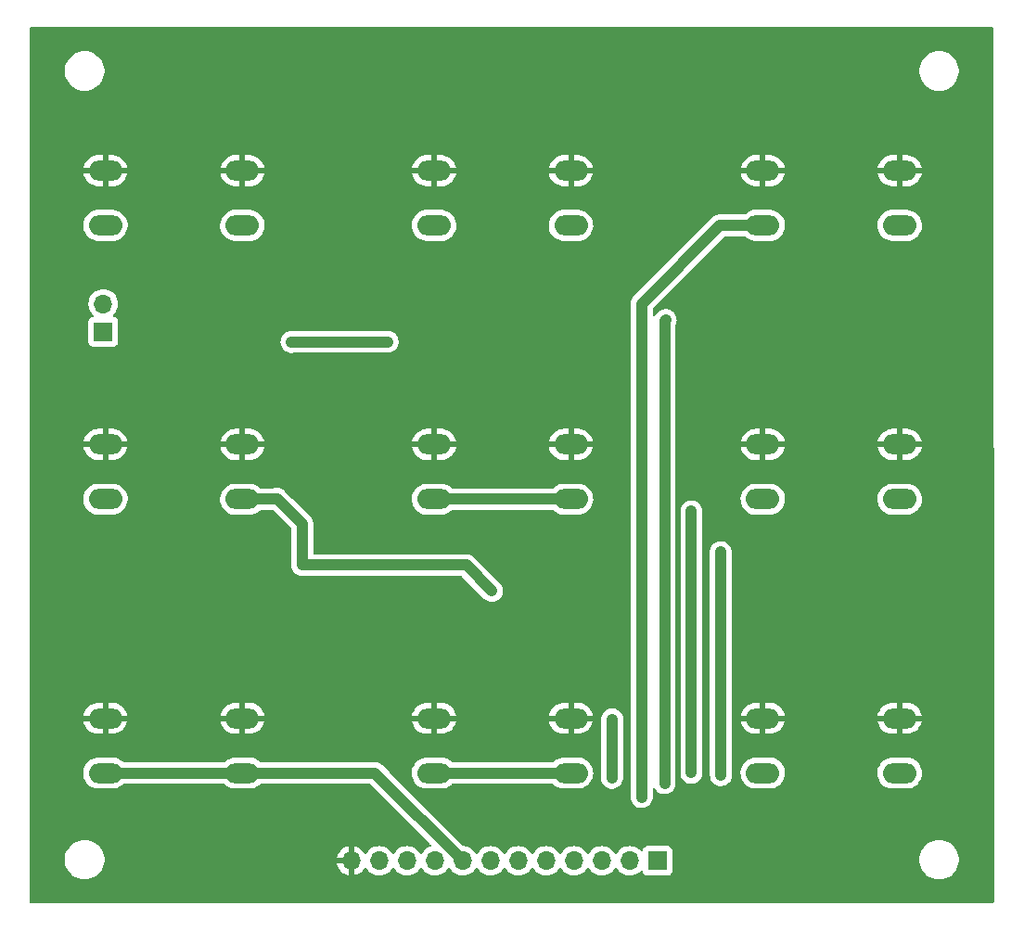
<source format=gbl>
G04 #@! TF.GenerationSoftware,KiCad,Pcbnew,7.0.10*
G04 #@! TF.CreationDate,2025-01-18T09:13:02-08:00*
G04 #@! TF.ProjectId,buttonBoard,62757474-6f6e-4426-9f61-72642e6b6963,rev?*
G04 #@! TF.SameCoordinates,Original*
G04 #@! TF.FileFunction,Copper,L2,Bot*
G04 #@! TF.FilePolarity,Positive*
%FSLAX46Y46*%
G04 Gerber Fmt 4.6, Leading zero omitted, Abs format (unit mm)*
G04 Created by KiCad (PCBNEW 7.0.10) date 2025-01-18 09:13:02*
%MOMM*%
%LPD*%
G01*
G04 APERTURE LIST*
G04 #@! TA.AperFunction,ComponentPad*
%ADD10O,3.048000X1.850000*%
G04 #@! TD*
G04 #@! TA.AperFunction,ComponentPad*
%ADD11R,1.700000X1.700000*%
G04 #@! TD*
G04 #@! TA.AperFunction,ComponentPad*
%ADD12O,1.700000X1.700000*%
G04 #@! TD*
G04 #@! TA.AperFunction,ViaPad*
%ADD13C,0.800000*%
G04 #@! TD*
G04 #@! TA.AperFunction,Conductor*
%ADD14C,1.000000*%
G04 #@! TD*
G04 APERTURE END LIST*
D10*
X122900000Y-78100000D03*
X135400000Y-78100000D03*
X122900000Y-83100000D03*
X135400000Y-83100000D03*
D11*
X122700000Y-67810000D03*
D12*
X122700000Y-65270000D03*
D10*
X152900000Y-103100000D03*
X165400000Y-103100000D03*
X152900000Y-108100000D03*
X165400000Y-108100000D03*
X122900000Y-103100000D03*
X135400000Y-103100000D03*
X122900000Y-108100000D03*
X135400000Y-108100000D03*
X182900000Y-78100000D03*
X195400000Y-78100000D03*
X182900000Y-83100000D03*
X195400000Y-83100000D03*
X182900000Y-103100000D03*
X195400000Y-103100000D03*
X182900000Y-108100000D03*
X195400000Y-108100000D03*
X122900000Y-53100000D03*
X135400000Y-53100000D03*
X122900000Y-58100000D03*
X135400000Y-58100000D03*
X152900000Y-78100000D03*
X165400000Y-78100000D03*
X152900000Y-83100000D03*
X165400000Y-83100000D03*
X182900000Y-53100000D03*
X195400000Y-53100000D03*
X182900000Y-58100000D03*
X195400000Y-58100000D03*
X152900000Y-53100000D03*
X165400000Y-53100000D03*
X152900000Y-58100000D03*
X165400000Y-58100000D03*
D11*
X173285000Y-116115000D03*
D12*
X170745000Y-116115000D03*
X168205000Y-116115000D03*
X165665000Y-116115000D03*
X163125000Y-116115000D03*
X160585000Y-116115000D03*
X158045000Y-116115000D03*
X155505000Y-116115000D03*
X152965000Y-116115000D03*
X150425000Y-116115000D03*
X147885000Y-116115000D03*
X145345000Y-116115000D03*
D13*
X179040000Y-87930000D03*
X179080000Y-108290000D03*
X158180000Y-91470000D03*
X176380000Y-108080000D03*
X176380000Y-84200000D03*
X173950000Y-109030000D03*
X174040000Y-66740000D03*
X171840000Y-110300000D03*
X169160000Y-103190000D03*
X169160000Y-108540000D03*
X139890000Y-68740000D03*
X148660000Y-68720000D03*
X187110000Y-93350000D03*
X183450000Y-116500000D03*
X182620000Y-67960000D03*
X122400000Y-93350000D03*
X171640000Y-49780000D03*
X192070000Y-116730000D03*
X132670000Y-93350000D03*
X197860000Y-93470000D03*
X142470000Y-99490000D03*
X140350000Y-49540000D03*
X178840000Y-49540000D03*
X152910000Y-95440000D03*
X147790000Y-49070000D03*
X137980000Y-116380000D03*
X163020000Y-95600000D03*
X128180000Y-116500000D03*
X143300000Y-77410000D03*
X198330000Y-67840000D03*
X130310000Y-70440000D03*
X163020000Y-67960000D03*
D14*
X140860000Y-85340000D02*
X138570000Y-83050000D01*
X179080000Y-108290000D02*
X179080000Y-87970000D01*
X158180000Y-91470000D02*
X155820000Y-89110000D01*
X155820000Y-89110000D02*
X140860000Y-89110000D01*
X138520000Y-83100000D02*
X135400000Y-83100000D01*
X179080000Y-87970000D02*
X179040000Y-87930000D01*
X138570000Y-83050000D02*
X138520000Y-83100000D01*
X140860000Y-89110000D02*
X140860000Y-85340000D01*
X165400000Y-83100000D02*
X152900000Y-83100000D01*
X176380000Y-108080000D02*
X176380000Y-84200000D01*
X173950000Y-66830000D02*
X173950000Y-109030000D01*
X174040000Y-66740000D02*
X173950000Y-66830000D01*
X179000000Y-58100000D02*
X182900000Y-58100000D01*
X171840000Y-110300000D02*
X171840000Y-65260000D01*
X171840000Y-65260000D02*
X179000000Y-58100000D01*
X169160000Y-108540000D02*
X169160000Y-103190000D01*
X165400000Y-108100000D02*
X152900000Y-108100000D01*
X135400000Y-108100000D02*
X122900000Y-108100000D01*
X147490000Y-108100000D02*
X135400000Y-108100000D01*
X155505000Y-116115000D02*
X147490000Y-108100000D01*
X139910000Y-68720000D02*
X139890000Y-68740000D01*
X148660000Y-68720000D02*
X139910000Y-68720000D01*
G04 #@! TA.AperFunction,Conductor*
G36*
X203933054Y-40020185D02*
G01*
X203978809Y-40072989D01*
X203990015Y-40124484D01*
X203999500Y-116000000D01*
X203999500Y-119875500D01*
X203979815Y-119942539D01*
X203927011Y-119988294D01*
X203875500Y-119999500D01*
X116124500Y-119999500D01*
X116057461Y-119979815D01*
X116011706Y-119927011D01*
X116000500Y-119875500D01*
X116000500Y-116134936D01*
X119199500Y-116134936D01*
X119239718Y-116401767D01*
X119239720Y-116401773D01*
X119319262Y-116659641D01*
X119436346Y-116902769D01*
X119436348Y-116902771D01*
X119436349Y-116902774D01*
X119511413Y-117012873D01*
X119588365Y-117125741D01*
X119771910Y-117323557D01*
X119771914Y-117323560D01*
X119771915Y-117323561D01*
X119982898Y-117491815D01*
X120216602Y-117626743D01*
X120467805Y-117725334D01*
X120730897Y-117785383D01*
X120768757Y-117788220D01*
X120932602Y-117800499D01*
X120932621Y-117800499D01*
X120932624Y-117800500D01*
X120932626Y-117800500D01*
X121067374Y-117800500D01*
X121067376Y-117800500D01*
X121067378Y-117800499D01*
X121067397Y-117800499D01*
X121212312Y-117789638D01*
X121269103Y-117785383D01*
X121532195Y-117725334D01*
X121783398Y-117626743D01*
X122017102Y-117491815D01*
X122228085Y-117323561D01*
X122411635Y-117125741D01*
X122563651Y-116902775D01*
X122680738Y-116659641D01*
X122760280Y-116401772D01*
X122765823Y-116365000D01*
X122800499Y-116134936D01*
X122800500Y-116134927D01*
X122800500Y-115865072D01*
X122800499Y-115865063D01*
X122760281Y-115598232D01*
X122760279Y-115598226D01*
X122680738Y-115340359D01*
X122563651Y-115097226D01*
X122411635Y-114874259D01*
X122380863Y-114841095D01*
X122228089Y-114676442D01*
X122160692Y-114622695D01*
X122017102Y-114508185D01*
X121783398Y-114373257D01*
X121783396Y-114373256D01*
X121532195Y-114274666D01*
X121532188Y-114274664D01*
X121269100Y-114214616D01*
X121067397Y-114199500D01*
X121067376Y-114199500D01*
X120932624Y-114199500D01*
X120932602Y-114199500D01*
X120730899Y-114214616D01*
X120467811Y-114274664D01*
X120467804Y-114274666D01*
X120216603Y-114373256D01*
X120216599Y-114373258D01*
X119982898Y-114508185D01*
X119771910Y-114676442D01*
X119588365Y-114874258D01*
X119436345Y-115097231D01*
X119436344Y-115097232D01*
X119319263Y-115340355D01*
X119239720Y-115598226D01*
X119239718Y-115598232D01*
X119199500Y-115865063D01*
X119199500Y-116134936D01*
X116000500Y-116134936D01*
X116000500Y-108039281D01*
X120871635Y-108039281D01*
X120881933Y-108281715D01*
X120881933Y-108281719D01*
X120933056Y-108518929D01*
X120933057Y-108518932D01*
X121022870Y-108742439D01*
X121023532Y-108744086D01*
X121063435Y-108808893D01*
X121150757Y-108950713D01*
X121311075Y-109132869D01*
X121311079Y-109132873D01*
X121499870Y-109285311D01*
X121711709Y-109403652D01*
X121711712Y-109403653D01*
X121940507Y-109484491D01*
X121940513Y-109484492D01*
X122179662Y-109525499D01*
X122179670Y-109525499D01*
X122179672Y-109525500D01*
X122179673Y-109525500D01*
X123559553Y-109525500D01*
X123559554Y-109525500D01*
X123559555Y-109525499D01*
X123559572Y-109525499D01*
X123740775Y-109510076D01*
X123740775Y-109510075D01*
X123740782Y-109510075D01*
X123975608Y-109448931D01*
X123975611Y-109448930D01*
X124196713Y-109348986D01*
X124196716Y-109348983D01*
X124196723Y-109348981D01*
X124397765Y-109213100D01*
X124479277Y-109134976D01*
X124541297Y-109102802D01*
X124565077Y-109100500D01*
X133727474Y-109100500D01*
X133794513Y-109120185D01*
X133806753Y-109129835D01*
X133806976Y-109129560D01*
X133999870Y-109285311D01*
X134211709Y-109403652D01*
X134211712Y-109403653D01*
X134440507Y-109484491D01*
X134440513Y-109484492D01*
X134679662Y-109525499D01*
X134679670Y-109525499D01*
X134679672Y-109525500D01*
X134679673Y-109525500D01*
X136059553Y-109525500D01*
X136059554Y-109525500D01*
X136059555Y-109525499D01*
X136059572Y-109525499D01*
X136240775Y-109510076D01*
X136240775Y-109510075D01*
X136240782Y-109510075D01*
X136475608Y-109448931D01*
X136475611Y-109448930D01*
X136696713Y-109348986D01*
X136696716Y-109348983D01*
X136696723Y-109348981D01*
X136897765Y-109213100D01*
X136979277Y-109134976D01*
X137041297Y-109102802D01*
X137065077Y-109100500D01*
X147024217Y-109100500D01*
X147091256Y-109120185D01*
X147111898Y-109136819D01*
X152597774Y-114622695D01*
X152631259Y-114684018D01*
X152626275Y-114753710D01*
X152584403Y-114809643D01*
X152542187Y-114830151D01*
X152501342Y-114841095D01*
X152501335Y-114841098D01*
X152287171Y-114940964D01*
X152287169Y-114940965D01*
X152093597Y-115076505D01*
X151926505Y-115243597D01*
X151796575Y-115429158D01*
X151741998Y-115472783D01*
X151672500Y-115479977D01*
X151610145Y-115448454D01*
X151593425Y-115429158D01*
X151463494Y-115243597D01*
X151296402Y-115076506D01*
X151296395Y-115076501D01*
X151102834Y-114940967D01*
X151102830Y-114940965D01*
X151102828Y-114940964D01*
X150888663Y-114841097D01*
X150888659Y-114841096D01*
X150888655Y-114841094D01*
X150660413Y-114779938D01*
X150660403Y-114779936D01*
X150425001Y-114759341D01*
X150424999Y-114759341D01*
X150189596Y-114779936D01*
X150189586Y-114779938D01*
X149961344Y-114841094D01*
X149961335Y-114841098D01*
X149747171Y-114940964D01*
X149747169Y-114940965D01*
X149553597Y-115076505D01*
X149386505Y-115243597D01*
X149256575Y-115429158D01*
X149201998Y-115472783D01*
X149132500Y-115479977D01*
X149070145Y-115448454D01*
X149053425Y-115429158D01*
X148923494Y-115243597D01*
X148756402Y-115076506D01*
X148756395Y-115076501D01*
X148562834Y-114940967D01*
X148562830Y-114940965D01*
X148562828Y-114940964D01*
X148348663Y-114841097D01*
X148348659Y-114841096D01*
X148348655Y-114841094D01*
X148120413Y-114779938D01*
X148120403Y-114779936D01*
X147885001Y-114759341D01*
X147884999Y-114759341D01*
X147649596Y-114779936D01*
X147649586Y-114779938D01*
X147421344Y-114841094D01*
X147421335Y-114841098D01*
X147207171Y-114940964D01*
X147207169Y-114940965D01*
X147013597Y-115076505D01*
X146846508Y-115243594D01*
X146716269Y-115429595D01*
X146661692Y-115473219D01*
X146592193Y-115480412D01*
X146529839Y-115448890D01*
X146513119Y-115429594D01*
X146383113Y-115243926D01*
X146383108Y-115243920D01*
X146216082Y-115076894D01*
X146022578Y-114941399D01*
X145808492Y-114841570D01*
X145808486Y-114841567D01*
X145595000Y-114784364D01*
X145595000Y-115679498D01*
X145487315Y-115630320D01*
X145380763Y-115615000D01*
X145309237Y-115615000D01*
X145202685Y-115630320D01*
X145095000Y-115679498D01*
X145095000Y-114784364D01*
X145094999Y-114784364D01*
X144881513Y-114841567D01*
X144881507Y-114841570D01*
X144667422Y-114941399D01*
X144667420Y-114941400D01*
X144473926Y-115076886D01*
X144473920Y-115076891D01*
X144306891Y-115243920D01*
X144306886Y-115243926D01*
X144171400Y-115437420D01*
X144171399Y-115437422D01*
X144071570Y-115651507D01*
X144071567Y-115651513D01*
X144014364Y-115864999D01*
X144014364Y-115865000D01*
X144911314Y-115865000D01*
X144885507Y-115905156D01*
X144845000Y-116043111D01*
X144845000Y-116186889D01*
X144885507Y-116324844D01*
X144911314Y-116365000D01*
X144014364Y-116365000D01*
X144071567Y-116578486D01*
X144071570Y-116578492D01*
X144171399Y-116792578D01*
X144306894Y-116986082D01*
X144473917Y-117153105D01*
X144667421Y-117288600D01*
X144881507Y-117388429D01*
X144881516Y-117388433D01*
X145095000Y-117445634D01*
X145095000Y-116550501D01*
X145202685Y-116599680D01*
X145309237Y-116615000D01*
X145380763Y-116615000D01*
X145487315Y-116599680D01*
X145595000Y-116550501D01*
X145595000Y-117445633D01*
X145808483Y-117388433D01*
X145808492Y-117388429D01*
X146022578Y-117288600D01*
X146216082Y-117153105D01*
X146383105Y-116986082D01*
X146513119Y-116800405D01*
X146567696Y-116756781D01*
X146637195Y-116749588D01*
X146699549Y-116781110D01*
X146716269Y-116800405D01*
X146846505Y-116986401D01*
X147013599Y-117153495D01*
X147110384Y-117221265D01*
X147207165Y-117289032D01*
X147207167Y-117289033D01*
X147207170Y-117289035D01*
X147421337Y-117388903D01*
X147649592Y-117450063D01*
X147826034Y-117465500D01*
X147884999Y-117470659D01*
X147885000Y-117470659D01*
X147885001Y-117470659D01*
X147943966Y-117465500D01*
X148120408Y-117450063D01*
X148348663Y-117388903D01*
X148562830Y-117289035D01*
X148756401Y-117153495D01*
X148923495Y-116986401D01*
X149053425Y-116800842D01*
X149108002Y-116757217D01*
X149177500Y-116750023D01*
X149239855Y-116781546D01*
X149256575Y-116800842D01*
X149386281Y-116986082D01*
X149386505Y-116986401D01*
X149553599Y-117153495D01*
X149650384Y-117221265D01*
X149747165Y-117289032D01*
X149747167Y-117289033D01*
X149747170Y-117289035D01*
X149961337Y-117388903D01*
X150189592Y-117450063D01*
X150366034Y-117465500D01*
X150424999Y-117470659D01*
X150425000Y-117470659D01*
X150425001Y-117470659D01*
X150483966Y-117465500D01*
X150660408Y-117450063D01*
X150888663Y-117388903D01*
X151102830Y-117289035D01*
X151296401Y-117153495D01*
X151463495Y-116986401D01*
X151593425Y-116800842D01*
X151648002Y-116757217D01*
X151717500Y-116750023D01*
X151779855Y-116781546D01*
X151796575Y-116800842D01*
X151926281Y-116986082D01*
X151926505Y-116986401D01*
X152093599Y-117153495D01*
X152190384Y-117221265D01*
X152287165Y-117289032D01*
X152287167Y-117289033D01*
X152287170Y-117289035D01*
X152501337Y-117388903D01*
X152729592Y-117450063D01*
X152906034Y-117465500D01*
X152964999Y-117470659D01*
X152965000Y-117470659D01*
X152965001Y-117470659D01*
X153023966Y-117465500D01*
X153200408Y-117450063D01*
X153428663Y-117388903D01*
X153642830Y-117289035D01*
X153836401Y-117153495D01*
X154003495Y-116986401D01*
X154133425Y-116800842D01*
X154188002Y-116757217D01*
X154257500Y-116750023D01*
X154319855Y-116781546D01*
X154336575Y-116800842D01*
X154466281Y-116986082D01*
X154466505Y-116986401D01*
X154633599Y-117153495D01*
X154730384Y-117221265D01*
X154827165Y-117289032D01*
X154827167Y-117289033D01*
X154827170Y-117289035D01*
X155041337Y-117388903D01*
X155269592Y-117450063D01*
X155446034Y-117465500D01*
X155504999Y-117470659D01*
X155505000Y-117470659D01*
X155505001Y-117470659D01*
X155563966Y-117465500D01*
X155740408Y-117450063D01*
X155968663Y-117388903D01*
X156182830Y-117289035D01*
X156376401Y-117153495D01*
X156543495Y-116986401D01*
X156673425Y-116800842D01*
X156728002Y-116757217D01*
X156797500Y-116750023D01*
X156859855Y-116781546D01*
X156876575Y-116800842D01*
X157006281Y-116986082D01*
X157006505Y-116986401D01*
X157173599Y-117153495D01*
X157270384Y-117221265D01*
X157367165Y-117289032D01*
X157367167Y-117289033D01*
X157367170Y-117289035D01*
X157581337Y-117388903D01*
X157809592Y-117450063D01*
X157986034Y-117465500D01*
X158044999Y-117470659D01*
X158045000Y-117470659D01*
X158045001Y-117470659D01*
X158103966Y-117465500D01*
X158280408Y-117450063D01*
X158508663Y-117388903D01*
X158722830Y-117289035D01*
X158916401Y-117153495D01*
X159083495Y-116986401D01*
X159213425Y-116800842D01*
X159268002Y-116757217D01*
X159337500Y-116750023D01*
X159399855Y-116781546D01*
X159416575Y-116800842D01*
X159546281Y-116986082D01*
X159546505Y-116986401D01*
X159713599Y-117153495D01*
X159810384Y-117221265D01*
X159907165Y-117289032D01*
X159907167Y-117289033D01*
X159907170Y-117289035D01*
X160121337Y-117388903D01*
X160349592Y-117450063D01*
X160526034Y-117465500D01*
X160584999Y-117470659D01*
X160585000Y-117470659D01*
X160585001Y-117470659D01*
X160643966Y-117465500D01*
X160820408Y-117450063D01*
X161048663Y-117388903D01*
X161262830Y-117289035D01*
X161456401Y-117153495D01*
X161623495Y-116986401D01*
X161753425Y-116800842D01*
X161808002Y-116757217D01*
X161877500Y-116750023D01*
X161939855Y-116781546D01*
X161956575Y-116800842D01*
X162086281Y-116986082D01*
X162086505Y-116986401D01*
X162253599Y-117153495D01*
X162350384Y-117221265D01*
X162447165Y-117289032D01*
X162447167Y-117289033D01*
X162447170Y-117289035D01*
X162661337Y-117388903D01*
X162889592Y-117450063D01*
X163066034Y-117465500D01*
X163124999Y-117470659D01*
X163125000Y-117470659D01*
X163125001Y-117470659D01*
X163183966Y-117465500D01*
X163360408Y-117450063D01*
X163588663Y-117388903D01*
X163802830Y-117289035D01*
X163996401Y-117153495D01*
X164163495Y-116986401D01*
X164293425Y-116800842D01*
X164348002Y-116757217D01*
X164417500Y-116750023D01*
X164479855Y-116781546D01*
X164496575Y-116800842D01*
X164626281Y-116986082D01*
X164626505Y-116986401D01*
X164793599Y-117153495D01*
X164890384Y-117221265D01*
X164987165Y-117289032D01*
X164987167Y-117289033D01*
X164987170Y-117289035D01*
X165201337Y-117388903D01*
X165429592Y-117450063D01*
X165606034Y-117465500D01*
X165664999Y-117470659D01*
X165665000Y-117470659D01*
X165665001Y-117470659D01*
X165723966Y-117465500D01*
X165900408Y-117450063D01*
X166128663Y-117388903D01*
X166342830Y-117289035D01*
X166536401Y-117153495D01*
X166703495Y-116986401D01*
X166833425Y-116800842D01*
X166888002Y-116757217D01*
X166957500Y-116750023D01*
X167019855Y-116781546D01*
X167036575Y-116800842D01*
X167166281Y-116986082D01*
X167166505Y-116986401D01*
X167333599Y-117153495D01*
X167430384Y-117221265D01*
X167527165Y-117289032D01*
X167527167Y-117289033D01*
X167527170Y-117289035D01*
X167741337Y-117388903D01*
X167969592Y-117450063D01*
X168146034Y-117465500D01*
X168204999Y-117470659D01*
X168205000Y-117470659D01*
X168205001Y-117470659D01*
X168263966Y-117465500D01*
X168440408Y-117450063D01*
X168668663Y-117388903D01*
X168882830Y-117289035D01*
X169076401Y-117153495D01*
X169243495Y-116986401D01*
X169373425Y-116800842D01*
X169428002Y-116757217D01*
X169497500Y-116750023D01*
X169559855Y-116781546D01*
X169576575Y-116800842D01*
X169706281Y-116986082D01*
X169706505Y-116986401D01*
X169873599Y-117153495D01*
X169970384Y-117221265D01*
X170067165Y-117289032D01*
X170067167Y-117289033D01*
X170067170Y-117289035D01*
X170281337Y-117388903D01*
X170509592Y-117450063D01*
X170686034Y-117465500D01*
X170744999Y-117470659D01*
X170745000Y-117470659D01*
X170745001Y-117470659D01*
X170803966Y-117465500D01*
X170980408Y-117450063D01*
X171208663Y-117388903D01*
X171422830Y-117289035D01*
X171616401Y-117153495D01*
X171738329Y-117031566D01*
X171799648Y-116998084D01*
X171869340Y-117003068D01*
X171925274Y-117044939D01*
X171942189Y-117075917D01*
X171991202Y-117207328D01*
X171991206Y-117207335D01*
X172077452Y-117322544D01*
X172077455Y-117322547D01*
X172192664Y-117408793D01*
X172192671Y-117408797D01*
X172327517Y-117459091D01*
X172327516Y-117459091D01*
X172334444Y-117459835D01*
X172387127Y-117465500D01*
X174182872Y-117465499D01*
X174242483Y-117459091D01*
X174377331Y-117408796D01*
X174492546Y-117322546D01*
X174578796Y-117207331D01*
X174629091Y-117072483D01*
X174635500Y-117012873D01*
X174635500Y-116134936D01*
X197199500Y-116134936D01*
X197239718Y-116401767D01*
X197239720Y-116401773D01*
X197319262Y-116659641D01*
X197436346Y-116902769D01*
X197436348Y-116902771D01*
X197436349Y-116902774D01*
X197511413Y-117012873D01*
X197588365Y-117125741D01*
X197771910Y-117323557D01*
X197771914Y-117323560D01*
X197771915Y-117323561D01*
X197982898Y-117491815D01*
X198216602Y-117626743D01*
X198467805Y-117725334D01*
X198730897Y-117785383D01*
X198768757Y-117788220D01*
X198932602Y-117800499D01*
X198932621Y-117800499D01*
X198932624Y-117800500D01*
X198932626Y-117800500D01*
X199067374Y-117800500D01*
X199067376Y-117800500D01*
X199067378Y-117800499D01*
X199067397Y-117800499D01*
X199212312Y-117789638D01*
X199269103Y-117785383D01*
X199532195Y-117725334D01*
X199783398Y-117626743D01*
X200017102Y-117491815D01*
X200228085Y-117323561D01*
X200411635Y-117125741D01*
X200563651Y-116902775D01*
X200680738Y-116659641D01*
X200760280Y-116401772D01*
X200765823Y-116365000D01*
X200800499Y-116134936D01*
X200800500Y-116134927D01*
X200800500Y-115865072D01*
X200800499Y-115865063D01*
X200760281Y-115598232D01*
X200760279Y-115598226D01*
X200680738Y-115340359D01*
X200563651Y-115097226D01*
X200411635Y-114874259D01*
X200380863Y-114841095D01*
X200228089Y-114676442D01*
X200160692Y-114622695D01*
X200017102Y-114508185D01*
X199783398Y-114373257D01*
X199783396Y-114373256D01*
X199532195Y-114274666D01*
X199532188Y-114274664D01*
X199269100Y-114214616D01*
X199067397Y-114199500D01*
X199067376Y-114199500D01*
X198932624Y-114199500D01*
X198932602Y-114199500D01*
X198730899Y-114214616D01*
X198467811Y-114274664D01*
X198467804Y-114274666D01*
X198216603Y-114373256D01*
X198216599Y-114373258D01*
X197982898Y-114508185D01*
X197771910Y-114676442D01*
X197588365Y-114874258D01*
X197436345Y-115097231D01*
X197436344Y-115097232D01*
X197319263Y-115340355D01*
X197239720Y-115598226D01*
X197239718Y-115598232D01*
X197199500Y-115865063D01*
X197199500Y-116134936D01*
X174635500Y-116134936D01*
X174635499Y-115217128D01*
X174629091Y-115157517D01*
X174627810Y-115154083D01*
X174578797Y-115022671D01*
X174578793Y-115022664D01*
X174492547Y-114907455D01*
X174492544Y-114907452D01*
X174377335Y-114821206D01*
X174377328Y-114821202D01*
X174242482Y-114770908D01*
X174242483Y-114770908D01*
X174182883Y-114764501D01*
X174182881Y-114764500D01*
X174182873Y-114764500D01*
X174182864Y-114764500D01*
X172387129Y-114764500D01*
X172387123Y-114764501D01*
X172327516Y-114770908D01*
X172192671Y-114821202D01*
X172192664Y-114821206D01*
X172077455Y-114907452D01*
X172077452Y-114907455D01*
X171991206Y-115022664D01*
X171991203Y-115022669D01*
X171942189Y-115154083D01*
X171900317Y-115210016D01*
X171834853Y-115234433D01*
X171766580Y-115219581D01*
X171738326Y-115198430D01*
X171616402Y-115076506D01*
X171616395Y-115076501D01*
X171422834Y-114940967D01*
X171422830Y-114940965D01*
X171422828Y-114940964D01*
X171208663Y-114841097D01*
X171208659Y-114841096D01*
X171208655Y-114841094D01*
X170980413Y-114779938D01*
X170980403Y-114779936D01*
X170745001Y-114759341D01*
X170744999Y-114759341D01*
X170509596Y-114779936D01*
X170509586Y-114779938D01*
X170281344Y-114841094D01*
X170281335Y-114841098D01*
X170067171Y-114940964D01*
X170067169Y-114940965D01*
X169873597Y-115076505D01*
X169706505Y-115243597D01*
X169576575Y-115429158D01*
X169521998Y-115472783D01*
X169452500Y-115479977D01*
X169390145Y-115448454D01*
X169373425Y-115429158D01*
X169243494Y-115243597D01*
X169076402Y-115076506D01*
X169076395Y-115076501D01*
X168882834Y-114940967D01*
X168882830Y-114940965D01*
X168882828Y-114940964D01*
X168668663Y-114841097D01*
X168668659Y-114841096D01*
X168668655Y-114841094D01*
X168440413Y-114779938D01*
X168440403Y-114779936D01*
X168205001Y-114759341D01*
X168204999Y-114759341D01*
X167969596Y-114779936D01*
X167969586Y-114779938D01*
X167741344Y-114841094D01*
X167741335Y-114841098D01*
X167527171Y-114940964D01*
X167527169Y-114940965D01*
X167333597Y-115076505D01*
X167166505Y-115243597D01*
X167036575Y-115429158D01*
X166981998Y-115472783D01*
X166912500Y-115479977D01*
X166850145Y-115448454D01*
X166833425Y-115429158D01*
X166703494Y-115243597D01*
X166536402Y-115076506D01*
X166536395Y-115076501D01*
X166342834Y-114940967D01*
X166342830Y-114940965D01*
X166342828Y-114940964D01*
X166128663Y-114841097D01*
X166128659Y-114841096D01*
X166128655Y-114841094D01*
X165900413Y-114779938D01*
X165900403Y-114779936D01*
X165665001Y-114759341D01*
X165664999Y-114759341D01*
X165429596Y-114779936D01*
X165429586Y-114779938D01*
X165201344Y-114841094D01*
X165201335Y-114841098D01*
X164987171Y-114940964D01*
X164987169Y-114940965D01*
X164793597Y-115076505D01*
X164626505Y-115243597D01*
X164496575Y-115429158D01*
X164441998Y-115472783D01*
X164372500Y-115479977D01*
X164310145Y-115448454D01*
X164293425Y-115429158D01*
X164163494Y-115243597D01*
X163996402Y-115076506D01*
X163996395Y-115076501D01*
X163802834Y-114940967D01*
X163802830Y-114940965D01*
X163802828Y-114940964D01*
X163588663Y-114841097D01*
X163588659Y-114841096D01*
X163588655Y-114841094D01*
X163360413Y-114779938D01*
X163360403Y-114779936D01*
X163125001Y-114759341D01*
X163124999Y-114759341D01*
X162889596Y-114779936D01*
X162889586Y-114779938D01*
X162661344Y-114841094D01*
X162661335Y-114841098D01*
X162447171Y-114940964D01*
X162447169Y-114940965D01*
X162253597Y-115076505D01*
X162086505Y-115243597D01*
X161956575Y-115429158D01*
X161901998Y-115472783D01*
X161832500Y-115479977D01*
X161770145Y-115448454D01*
X161753425Y-115429158D01*
X161623494Y-115243597D01*
X161456402Y-115076506D01*
X161456395Y-115076501D01*
X161262834Y-114940967D01*
X161262830Y-114940965D01*
X161262828Y-114940964D01*
X161048663Y-114841097D01*
X161048659Y-114841096D01*
X161048655Y-114841094D01*
X160820413Y-114779938D01*
X160820403Y-114779936D01*
X160585001Y-114759341D01*
X160584999Y-114759341D01*
X160349596Y-114779936D01*
X160349586Y-114779938D01*
X160121344Y-114841094D01*
X160121335Y-114841098D01*
X159907171Y-114940964D01*
X159907169Y-114940965D01*
X159713597Y-115076505D01*
X159546505Y-115243597D01*
X159416575Y-115429158D01*
X159361998Y-115472783D01*
X159292500Y-115479977D01*
X159230145Y-115448454D01*
X159213425Y-115429158D01*
X159083494Y-115243597D01*
X158916402Y-115076506D01*
X158916395Y-115076501D01*
X158722834Y-114940967D01*
X158722830Y-114940965D01*
X158722828Y-114940964D01*
X158508663Y-114841097D01*
X158508659Y-114841096D01*
X158508655Y-114841094D01*
X158280413Y-114779938D01*
X158280403Y-114779936D01*
X158045001Y-114759341D01*
X158044999Y-114759341D01*
X157809596Y-114779936D01*
X157809586Y-114779938D01*
X157581344Y-114841094D01*
X157581335Y-114841098D01*
X157367171Y-114940964D01*
X157367169Y-114940965D01*
X157173597Y-115076505D01*
X157006505Y-115243597D01*
X156876575Y-115429158D01*
X156821998Y-115472783D01*
X156752500Y-115479977D01*
X156690145Y-115448454D01*
X156673425Y-115429158D01*
X156543494Y-115243597D01*
X156376402Y-115076506D01*
X156376395Y-115076501D01*
X156182834Y-114940967D01*
X156182830Y-114940965D01*
X156182828Y-114940964D01*
X155968663Y-114841097D01*
X155968659Y-114841096D01*
X155968655Y-114841094D01*
X155740413Y-114779938D01*
X155740403Y-114779936D01*
X155614900Y-114768955D01*
X155549832Y-114743502D01*
X155538028Y-114733108D01*
X148844201Y-108039281D01*
X150871635Y-108039281D01*
X150881933Y-108281715D01*
X150881933Y-108281719D01*
X150933056Y-108518929D01*
X150933057Y-108518932D01*
X151022870Y-108742439D01*
X151023532Y-108744086D01*
X151063435Y-108808893D01*
X151150757Y-108950713D01*
X151311075Y-109132869D01*
X151311079Y-109132873D01*
X151499870Y-109285311D01*
X151711709Y-109403652D01*
X151711712Y-109403653D01*
X151940507Y-109484491D01*
X151940513Y-109484492D01*
X152179662Y-109525499D01*
X152179670Y-109525499D01*
X152179672Y-109525500D01*
X152179673Y-109525500D01*
X153559553Y-109525500D01*
X153559554Y-109525500D01*
X153559555Y-109525499D01*
X153559572Y-109525499D01*
X153740775Y-109510076D01*
X153740775Y-109510075D01*
X153740782Y-109510075D01*
X153975608Y-109448931D01*
X153975611Y-109448930D01*
X154196713Y-109348986D01*
X154196716Y-109348983D01*
X154196723Y-109348981D01*
X154397765Y-109213100D01*
X154479277Y-109134976D01*
X154541297Y-109102802D01*
X154565077Y-109100500D01*
X163727474Y-109100500D01*
X163794513Y-109120185D01*
X163806753Y-109129835D01*
X163806976Y-109129560D01*
X163999870Y-109285311D01*
X164211709Y-109403652D01*
X164211712Y-109403653D01*
X164440507Y-109484491D01*
X164440513Y-109484492D01*
X164679662Y-109525499D01*
X164679670Y-109525499D01*
X164679672Y-109525500D01*
X164679673Y-109525500D01*
X166059553Y-109525500D01*
X166059554Y-109525500D01*
X166059555Y-109525499D01*
X166059572Y-109525499D01*
X166240775Y-109510076D01*
X166240775Y-109510075D01*
X166240782Y-109510075D01*
X166475608Y-109448931D01*
X166475611Y-109448930D01*
X166696713Y-109348986D01*
X166696716Y-109348983D01*
X166696723Y-109348981D01*
X166897765Y-109213100D01*
X167072952Y-109045197D01*
X167217244Y-108850102D01*
X167326488Y-108633429D01*
X167339560Y-108590743D01*
X168159500Y-108590743D01*
X168174925Y-108742439D01*
X168235837Y-108936579D01*
X168235844Y-108936594D01*
X168334589Y-109114499D01*
X168334592Y-109114504D01*
X168467132Y-109268893D01*
X168467134Y-109268895D01*
X168628037Y-109393445D01*
X168628038Y-109393445D01*
X168628042Y-109393448D01*
X168810729Y-109483060D01*
X169007715Y-109534063D01*
X169210936Y-109544369D01*
X169412071Y-109513556D01*
X169602887Y-109442886D01*
X169775571Y-109335252D01*
X169923053Y-109195059D01*
X170039295Y-109028049D01*
X170119540Y-108841058D01*
X170160500Y-108641741D01*
X170160500Y-103139258D01*
X170145074Y-102987562D01*
X170145074Y-102987560D01*
X170084162Y-102793420D01*
X170084160Y-102793416D01*
X170084159Y-102793412D01*
X169985409Y-102615498D01*
X169985408Y-102615497D01*
X169985407Y-102615495D01*
X169852867Y-102461106D01*
X169852865Y-102461104D01*
X169691962Y-102336554D01*
X169691959Y-102336553D01*
X169691958Y-102336552D01*
X169509271Y-102246940D01*
X169312285Y-102195937D01*
X169312287Y-102195937D01*
X169176804Y-102189066D01*
X169109064Y-102185631D01*
X169109063Y-102185631D01*
X169109061Y-102185631D01*
X168907936Y-102216442D01*
X168907924Y-102216445D01*
X168717118Y-102287111D01*
X168717111Y-102287115D01*
X168544432Y-102394745D01*
X168544427Y-102394749D01*
X168396949Y-102534938D01*
X168396948Y-102534940D01*
X168280705Y-102701949D01*
X168200459Y-102888943D01*
X168159500Y-103088258D01*
X168159500Y-108590743D01*
X167339560Y-108590743D01*
X167397543Y-108401409D01*
X167428365Y-108160719D01*
X167418066Y-107918281D01*
X167366944Y-107681072D01*
X167276468Y-107455914D01*
X167149242Y-107249286D01*
X166988925Y-107067131D01*
X166988924Y-107067130D01*
X166988920Y-107067126D01*
X166800129Y-106914688D01*
X166588290Y-106796347D01*
X166359500Y-106715511D01*
X166359486Y-106715507D01*
X166120337Y-106674500D01*
X166120328Y-106674500D01*
X164740446Y-106674500D01*
X164740427Y-106674500D01*
X164559224Y-106689923D01*
X164559222Y-106689924D01*
X164324391Y-106751068D01*
X164324388Y-106751069D01*
X164103286Y-106851013D01*
X164103274Y-106851020D01*
X163902245Y-106986892D01*
X163902235Y-106986900D01*
X163820723Y-107065023D01*
X163758703Y-107097198D01*
X163734923Y-107099500D01*
X154572526Y-107099500D01*
X154505487Y-107079815D01*
X154493246Y-107070164D01*
X154493024Y-107070440D01*
X154300129Y-106914688D01*
X154088290Y-106796347D01*
X153859500Y-106715511D01*
X153859486Y-106715507D01*
X153620337Y-106674500D01*
X153620328Y-106674500D01*
X152240446Y-106674500D01*
X152240427Y-106674500D01*
X152059224Y-106689923D01*
X152059222Y-106689924D01*
X151824391Y-106751068D01*
X151824388Y-106751069D01*
X151603286Y-106851013D01*
X151603274Y-106851020D01*
X151402234Y-106986900D01*
X151402232Y-106986902D01*
X151227047Y-107154803D01*
X151227046Y-107154804D01*
X151082758Y-107349893D01*
X150973515Y-107566565D01*
X150973512Y-107566571D01*
X150902456Y-107798594D01*
X150871635Y-108039281D01*
X148844201Y-108039281D01*
X148207567Y-107402647D01*
X148205374Y-107400398D01*
X148145061Y-107336949D01*
X148145060Y-107336948D01*
X148145059Y-107336947D01*
X148096640Y-107303246D01*
X148089120Y-107297575D01*
X148043413Y-107260305D01*
X148043406Y-107260301D01*
X148016441Y-107246216D01*
X148003026Y-107238089D01*
X147978049Y-107220705D01*
X147978046Y-107220703D01*
X147978045Y-107220703D01*
X147978041Y-107220701D01*
X147923845Y-107197443D01*
X147915336Y-107193402D01*
X147863057Y-107166094D01*
X147863046Y-107166090D01*
X147833806Y-107157723D01*
X147819021Y-107152459D01*
X147791058Y-107140459D01*
X147733273Y-107128583D01*
X147724127Y-107126338D01*
X147667423Y-107110113D01*
X147643699Y-107108306D01*
X147637072Y-107107801D01*
X147621533Y-107105622D01*
X147591742Y-107099500D01*
X147591741Y-107099500D01*
X147532759Y-107099500D01*
X147523344Y-107099142D01*
X147520643Y-107098936D01*
X147464524Y-107094662D01*
X147434349Y-107098506D01*
X147418682Y-107099500D01*
X137072526Y-107099500D01*
X137005487Y-107079815D01*
X136993246Y-107070164D01*
X136993024Y-107070440D01*
X136800129Y-106914688D01*
X136588290Y-106796347D01*
X136359500Y-106715511D01*
X136359486Y-106715507D01*
X136120337Y-106674500D01*
X136120328Y-106674500D01*
X134740446Y-106674500D01*
X134740427Y-106674500D01*
X134559224Y-106689923D01*
X134559222Y-106689924D01*
X134324391Y-106751068D01*
X134324388Y-106751069D01*
X134103286Y-106851013D01*
X134103274Y-106851020D01*
X133902245Y-106986892D01*
X133902235Y-106986900D01*
X133820723Y-107065023D01*
X133758703Y-107097198D01*
X133734923Y-107099500D01*
X124572526Y-107099500D01*
X124505487Y-107079815D01*
X124493246Y-107070164D01*
X124493024Y-107070440D01*
X124300129Y-106914688D01*
X124088290Y-106796347D01*
X123859500Y-106715511D01*
X123859486Y-106715507D01*
X123620337Y-106674500D01*
X123620328Y-106674500D01*
X122240446Y-106674500D01*
X122240427Y-106674500D01*
X122059224Y-106689923D01*
X122059222Y-106689924D01*
X121824391Y-106751068D01*
X121824388Y-106751069D01*
X121603286Y-106851013D01*
X121603274Y-106851020D01*
X121402234Y-106986900D01*
X121402232Y-106986902D01*
X121227047Y-107154803D01*
X121227046Y-107154804D01*
X121082758Y-107349893D01*
X120973515Y-107566565D01*
X120973512Y-107566571D01*
X120902456Y-107798594D01*
X120871635Y-108039281D01*
X116000500Y-108039281D01*
X116000500Y-102849999D01*
X120896377Y-102849999D01*
X120896378Y-102850000D01*
X122299272Y-102850000D01*
X122276900Y-102897543D01*
X122246127Y-103058862D01*
X122256439Y-103222766D01*
X122297780Y-103350000D01*
X120897161Y-103350000D01*
X120933536Y-103518782D01*
X120933537Y-103518785D01*
X121023978Y-103743856D01*
X121151161Y-103950415D01*
X121311422Y-104132507D01*
X121311426Y-104132511D01*
X121500144Y-104284890D01*
X121500150Y-104284894D01*
X121711917Y-104403194D01*
X121940629Y-104484003D01*
X121940637Y-104484005D01*
X122179706Y-104524999D01*
X122179715Y-104525000D01*
X122650000Y-104525000D01*
X122650000Y-103704310D01*
X122658817Y-103709158D01*
X122817886Y-103750000D01*
X122940894Y-103750000D01*
X123062933Y-103734583D01*
X123150000Y-103700110D01*
X123150000Y-104525000D01*
X123559533Y-104525000D01*
X123559550Y-104524999D01*
X123740692Y-104509582D01*
X123975440Y-104448458D01*
X124196472Y-104348546D01*
X124196480Y-104348541D01*
X124397450Y-104212708D01*
X124397453Y-104212706D01*
X124572575Y-104044864D01*
X124572576Y-104044863D01*
X124716813Y-103849843D01*
X124826021Y-103633242D01*
X124897053Y-103401299D01*
X124903622Y-103350000D01*
X123500728Y-103350000D01*
X123523100Y-103302457D01*
X123553873Y-103141138D01*
X123543561Y-102977234D01*
X123502220Y-102850000D01*
X124902839Y-102850000D01*
X124902839Y-102849999D01*
X133396377Y-102849999D01*
X133396378Y-102850000D01*
X134799272Y-102850000D01*
X134776900Y-102897543D01*
X134746127Y-103058862D01*
X134756439Y-103222766D01*
X134797780Y-103350000D01*
X133397161Y-103350000D01*
X133433536Y-103518782D01*
X133433537Y-103518785D01*
X133523978Y-103743856D01*
X133651161Y-103950415D01*
X133811422Y-104132507D01*
X133811426Y-104132511D01*
X134000144Y-104284890D01*
X134000150Y-104284894D01*
X134211917Y-104403194D01*
X134440629Y-104484003D01*
X134440637Y-104484005D01*
X134679706Y-104524999D01*
X134679715Y-104525000D01*
X135150000Y-104525000D01*
X135150000Y-103704310D01*
X135158817Y-103709158D01*
X135317886Y-103750000D01*
X135440894Y-103750000D01*
X135562933Y-103734583D01*
X135650000Y-103700110D01*
X135650000Y-104525000D01*
X136059533Y-104525000D01*
X136059550Y-104524999D01*
X136240692Y-104509582D01*
X136475440Y-104448458D01*
X136696472Y-104348546D01*
X136696480Y-104348541D01*
X136897450Y-104212708D01*
X136897453Y-104212706D01*
X137072575Y-104044864D01*
X137072576Y-104044863D01*
X137216813Y-103849843D01*
X137326021Y-103633242D01*
X137397053Y-103401299D01*
X137403622Y-103350000D01*
X136000728Y-103350000D01*
X136023100Y-103302457D01*
X136053873Y-103141138D01*
X136043561Y-102977234D01*
X136002220Y-102850000D01*
X137402839Y-102850000D01*
X137402839Y-102849999D01*
X150896377Y-102849999D01*
X150896378Y-102850000D01*
X152299272Y-102850000D01*
X152276900Y-102897543D01*
X152246127Y-103058862D01*
X152256439Y-103222766D01*
X152297780Y-103350000D01*
X150897161Y-103350000D01*
X150933536Y-103518782D01*
X150933537Y-103518785D01*
X151023978Y-103743856D01*
X151151161Y-103950415D01*
X151311422Y-104132507D01*
X151311426Y-104132511D01*
X151500144Y-104284890D01*
X151500150Y-104284894D01*
X151711917Y-104403194D01*
X151940629Y-104484003D01*
X151940637Y-104484005D01*
X152179706Y-104524999D01*
X152179715Y-104525000D01*
X152650000Y-104525000D01*
X152650000Y-103704310D01*
X152658817Y-103709158D01*
X152817886Y-103750000D01*
X152940894Y-103750000D01*
X153062933Y-103734583D01*
X153150000Y-103700110D01*
X153150000Y-104525000D01*
X153559533Y-104525000D01*
X153559550Y-104524999D01*
X153740692Y-104509582D01*
X153975440Y-104448458D01*
X154196472Y-104348546D01*
X154196480Y-104348541D01*
X154397450Y-104212708D01*
X154397453Y-104212706D01*
X154572575Y-104044864D01*
X154572576Y-104044863D01*
X154716813Y-103849843D01*
X154826021Y-103633242D01*
X154897053Y-103401299D01*
X154903622Y-103350000D01*
X153500728Y-103350000D01*
X153523100Y-103302457D01*
X153553873Y-103141138D01*
X153543561Y-102977234D01*
X153502220Y-102850000D01*
X154902839Y-102850000D01*
X154902839Y-102849999D01*
X163396377Y-102849999D01*
X163396378Y-102850000D01*
X164799272Y-102850000D01*
X164776900Y-102897543D01*
X164746127Y-103058862D01*
X164756439Y-103222766D01*
X164797780Y-103350000D01*
X163397161Y-103350000D01*
X163433536Y-103518782D01*
X163433537Y-103518785D01*
X163523978Y-103743856D01*
X163651161Y-103950415D01*
X163811422Y-104132507D01*
X163811426Y-104132511D01*
X164000144Y-104284890D01*
X164000150Y-104284894D01*
X164211917Y-104403194D01*
X164440629Y-104484003D01*
X164440637Y-104484005D01*
X164679706Y-104524999D01*
X164679715Y-104525000D01*
X165150000Y-104525000D01*
X165150000Y-103704310D01*
X165158817Y-103709158D01*
X165317886Y-103750000D01*
X165440894Y-103750000D01*
X165562933Y-103734583D01*
X165650000Y-103700110D01*
X165650000Y-104525000D01*
X166059533Y-104525000D01*
X166059550Y-104524999D01*
X166240692Y-104509582D01*
X166475440Y-104448458D01*
X166696472Y-104348546D01*
X166696480Y-104348541D01*
X166897450Y-104212708D01*
X166897453Y-104212706D01*
X167072575Y-104044864D01*
X167072576Y-104044863D01*
X167216813Y-103849843D01*
X167326021Y-103633242D01*
X167397053Y-103401299D01*
X167403622Y-103350000D01*
X166000728Y-103350000D01*
X166023100Y-103302457D01*
X166053873Y-103141138D01*
X166043561Y-102977234D01*
X166002220Y-102850000D01*
X167402839Y-102850000D01*
X167366463Y-102681217D01*
X167366462Y-102681214D01*
X167276021Y-102456143D01*
X167148838Y-102249584D01*
X166988577Y-102067492D01*
X166988573Y-102067488D01*
X166799855Y-101915109D01*
X166799849Y-101915105D01*
X166588082Y-101796805D01*
X166359370Y-101715996D01*
X166359362Y-101715994D01*
X166120293Y-101675000D01*
X165650000Y-101675000D01*
X165650000Y-102495689D01*
X165641183Y-102490842D01*
X165482114Y-102450000D01*
X165359106Y-102450000D01*
X165237067Y-102465417D01*
X165150000Y-102499889D01*
X165150000Y-101675000D01*
X164740449Y-101675000D01*
X164559307Y-101690417D01*
X164324559Y-101751541D01*
X164103527Y-101851453D01*
X164103519Y-101851458D01*
X163902549Y-101987291D01*
X163902546Y-101987293D01*
X163727424Y-102155135D01*
X163727423Y-102155136D01*
X163583186Y-102350156D01*
X163473978Y-102566757D01*
X163402946Y-102798700D01*
X163396377Y-102849999D01*
X154902839Y-102849999D01*
X154866463Y-102681217D01*
X154866462Y-102681214D01*
X154776021Y-102456143D01*
X154648838Y-102249584D01*
X154488577Y-102067492D01*
X154488573Y-102067488D01*
X154299855Y-101915109D01*
X154299849Y-101915105D01*
X154088082Y-101796805D01*
X153859370Y-101715996D01*
X153859362Y-101715994D01*
X153620293Y-101675000D01*
X153150000Y-101675000D01*
X153150000Y-102495689D01*
X153141183Y-102490842D01*
X152982114Y-102450000D01*
X152859106Y-102450000D01*
X152737067Y-102465417D01*
X152650000Y-102499889D01*
X152650000Y-101675000D01*
X152240449Y-101675000D01*
X152059307Y-101690417D01*
X151824559Y-101751541D01*
X151603527Y-101851453D01*
X151603519Y-101851458D01*
X151402549Y-101987291D01*
X151402546Y-101987293D01*
X151227424Y-102155135D01*
X151227423Y-102155136D01*
X151083186Y-102350156D01*
X150973978Y-102566757D01*
X150902946Y-102798700D01*
X150896377Y-102849999D01*
X137402839Y-102849999D01*
X137366463Y-102681217D01*
X137366462Y-102681214D01*
X137276021Y-102456143D01*
X137148838Y-102249584D01*
X136988577Y-102067492D01*
X136988573Y-102067488D01*
X136799855Y-101915109D01*
X136799849Y-101915105D01*
X136588082Y-101796805D01*
X136359370Y-101715996D01*
X136359362Y-101715994D01*
X136120293Y-101675000D01*
X135650000Y-101675000D01*
X135650000Y-102495689D01*
X135641183Y-102490842D01*
X135482114Y-102450000D01*
X135359106Y-102450000D01*
X135237067Y-102465417D01*
X135150000Y-102499889D01*
X135150000Y-101675000D01*
X134740449Y-101675000D01*
X134559307Y-101690417D01*
X134324559Y-101751541D01*
X134103527Y-101851453D01*
X134103519Y-101851458D01*
X133902549Y-101987291D01*
X133902546Y-101987293D01*
X133727424Y-102155135D01*
X133727423Y-102155136D01*
X133583186Y-102350156D01*
X133473978Y-102566757D01*
X133402946Y-102798700D01*
X133396377Y-102849999D01*
X124902839Y-102849999D01*
X124866463Y-102681217D01*
X124866462Y-102681214D01*
X124776021Y-102456143D01*
X124648838Y-102249584D01*
X124488577Y-102067492D01*
X124488573Y-102067488D01*
X124299855Y-101915109D01*
X124299849Y-101915105D01*
X124088082Y-101796805D01*
X123859370Y-101715996D01*
X123859362Y-101715994D01*
X123620293Y-101675000D01*
X123150000Y-101675000D01*
X123150000Y-102495689D01*
X123141183Y-102490842D01*
X122982114Y-102450000D01*
X122859106Y-102450000D01*
X122737067Y-102465417D01*
X122650000Y-102499889D01*
X122650000Y-101675000D01*
X122240449Y-101675000D01*
X122059307Y-101690417D01*
X121824559Y-101751541D01*
X121603527Y-101851453D01*
X121603519Y-101851458D01*
X121402549Y-101987291D01*
X121402546Y-101987293D01*
X121227424Y-102155135D01*
X121227423Y-102155136D01*
X121083186Y-102350156D01*
X120973978Y-102566757D01*
X120902946Y-102798700D01*
X120896377Y-102849999D01*
X116000500Y-102849999D01*
X116000500Y-83039281D01*
X120871635Y-83039281D01*
X120881933Y-83281715D01*
X120881933Y-83281719D01*
X120933056Y-83518929D01*
X120933057Y-83518932D01*
X120979066Y-83633429D01*
X121023532Y-83744086D01*
X121088809Y-83850102D01*
X121150757Y-83950713D01*
X121311075Y-84132869D01*
X121311079Y-84132873D01*
X121499870Y-84285311D01*
X121711709Y-84403652D01*
X121711712Y-84403653D01*
X121940507Y-84484491D01*
X121940513Y-84484492D01*
X122179662Y-84525499D01*
X122179670Y-84525499D01*
X122179672Y-84525500D01*
X122179673Y-84525500D01*
X123559553Y-84525500D01*
X123559554Y-84525500D01*
X123559555Y-84525499D01*
X123559572Y-84525499D01*
X123740775Y-84510076D01*
X123740775Y-84510075D01*
X123740782Y-84510075D01*
X123975608Y-84448931D01*
X123975611Y-84448930D01*
X124196713Y-84348986D01*
X124196716Y-84348983D01*
X124196723Y-84348981D01*
X124397765Y-84213100D01*
X124572952Y-84045197D01*
X124717244Y-83850102D01*
X124826488Y-83633429D01*
X124897543Y-83401409D01*
X124928365Y-83160719D01*
X124923206Y-83039281D01*
X133371635Y-83039281D01*
X133381933Y-83281715D01*
X133381933Y-83281719D01*
X133433056Y-83518929D01*
X133433057Y-83518932D01*
X133479066Y-83633429D01*
X133523532Y-83744086D01*
X133588809Y-83850102D01*
X133650757Y-83950713D01*
X133811075Y-84132869D01*
X133811079Y-84132873D01*
X133999870Y-84285311D01*
X134211709Y-84403652D01*
X134211712Y-84403653D01*
X134440507Y-84484491D01*
X134440513Y-84484492D01*
X134679662Y-84525499D01*
X134679670Y-84525499D01*
X134679672Y-84525500D01*
X134679673Y-84525500D01*
X136059553Y-84525500D01*
X136059554Y-84525500D01*
X136059555Y-84525499D01*
X136059572Y-84525499D01*
X136240775Y-84510076D01*
X136240775Y-84510075D01*
X136240782Y-84510075D01*
X136475608Y-84448931D01*
X136475611Y-84448930D01*
X136696713Y-84348986D01*
X136696716Y-84348983D01*
X136696723Y-84348981D01*
X136897765Y-84213100D01*
X136979277Y-84134976D01*
X137041297Y-84102802D01*
X137065077Y-84100500D01*
X138154217Y-84100500D01*
X138221256Y-84120185D01*
X138241898Y-84136819D01*
X139823181Y-85718101D01*
X139856666Y-85779424D01*
X139859500Y-85805782D01*
X139859500Y-89081499D01*
X139859341Y-89087779D01*
X139855631Y-89160935D01*
X139855631Y-89160936D01*
X139866719Y-89233325D01*
X139867513Y-89239553D01*
X139874925Y-89312437D01*
X139874926Y-89312440D01*
X139879749Y-89327814D01*
X139884003Y-89346147D01*
X139886442Y-89362064D01*
X139886443Y-89362068D01*
X139911882Y-89430760D01*
X139913911Y-89436696D01*
X139935841Y-89506588D01*
X139935842Y-89506589D01*
X139935843Y-89506592D01*
X139943657Y-89520670D01*
X139951517Y-89537777D01*
X139957111Y-89552881D01*
X139957113Y-89552884D01*
X139957114Y-89552887D01*
X139973198Y-89578692D01*
X139995864Y-89615057D01*
X139999050Y-89620469D01*
X140034592Y-89684503D01*
X140034593Y-89684504D01*
X140045078Y-89696718D01*
X140056222Y-89711894D01*
X140064745Y-89725567D01*
X140064746Y-89725568D01*
X140064748Y-89725571D01*
X140115246Y-89778695D01*
X140119421Y-89783317D01*
X140134279Y-89800625D01*
X140167132Y-89838894D01*
X140167133Y-89838895D01*
X140179869Y-89848753D01*
X140193844Y-89861379D01*
X140204940Y-89873052D01*
X140265051Y-89914891D01*
X140270115Y-89918609D01*
X140328042Y-89963448D01*
X140342515Y-89970547D01*
X140358726Y-89980090D01*
X140371951Y-89989295D01*
X140439264Y-90018181D01*
X140444954Y-90020795D01*
X140469785Y-90032976D01*
X140510724Y-90053058D01*
X140510726Y-90053058D01*
X140510729Y-90053060D01*
X140526316Y-90057095D01*
X140544128Y-90063182D01*
X140558942Y-90069540D01*
X140630700Y-90084285D01*
X140636779Y-90085695D01*
X140707711Y-90104062D01*
X140707715Y-90104063D01*
X140723807Y-90104879D01*
X140742480Y-90107257D01*
X140751413Y-90109093D01*
X140758258Y-90110500D01*
X140758259Y-90110500D01*
X140831500Y-90110500D01*
X140837778Y-90110658D01*
X140910936Y-90114369D01*
X140926857Y-90111930D01*
X140945633Y-90110500D01*
X155354217Y-90110500D01*
X155421256Y-90130185D01*
X155441898Y-90146819D01*
X157508420Y-92213340D01*
X157626593Y-92309698D01*
X157806951Y-92403909D01*
X158002582Y-92459887D01*
X158070213Y-92465037D01*
X158205474Y-92475337D01*
X158205476Y-92475337D01*
X158205477Y-92475337D01*
X158407321Y-92449631D01*
X158407321Y-92449630D01*
X158407328Y-92449630D01*
X158599872Y-92383816D01*
X158775227Y-92280590D01*
X158926213Y-92144179D01*
X159046649Y-91980167D01*
X159131605Y-91795268D01*
X159177603Y-91597054D01*
X159182757Y-91393637D01*
X159146858Y-91193347D01*
X159071377Y-91004383D01*
X159071372Y-91004376D01*
X159071370Y-91004371D01*
X158959403Y-90834482D01*
X158959400Y-90834478D01*
X156537566Y-88412646D01*
X156535373Y-88410397D01*
X156475061Y-88346949D01*
X156475060Y-88346948D01*
X156475059Y-88346947D01*
X156426640Y-88313246D01*
X156419120Y-88307575D01*
X156373413Y-88270305D01*
X156373406Y-88270301D01*
X156346441Y-88256216D01*
X156333026Y-88248089D01*
X156308049Y-88230705D01*
X156308046Y-88230703D01*
X156308045Y-88230703D01*
X156308041Y-88230701D01*
X156253845Y-88207443D01*
X156245336Y-88203402D01*
X156193057Y-88176094D01*
X156193046Y-88176090D01*
X156163806Y-88167723D01*
X156149021Y-88162459D01*
X156121058Y-88150459D01*
X156063273Y-88138583D01*
X156054127Y-88136338D01*
X155997423Y-88120113D01*
X155973699Y-88118306D01*
X155967072Y-88117801D01*
X155951533Y-88115622D01*
X155921742Y-88109500D01*
X155921741Y-88109500D01*
X155862759Y-88109500D01*
X155853344Y-88109142D01*
X155850643Y-88108936D01*
X155794524Y-88104662D01*
X155764349Y-88108506D01*
X155748682Y-88109500D01*
X141984500Y-88109500D01*
X141917461Y-88089815D01*
X141871706Y-88037011D01*
X141860500Y-87985500D01*
X141860500Y-85354261D01*
X141860540Y-85351119D01*
X141862757Y-85263641D01*
X141862756Y-85263640D01*
X141862757Y-85263637D01*
X141852349Y-85205573D01*
X141851041Y-85196242D01*
X141845074Y-85137562D01*
X141835963Y-85108524D01*
X141832226Y-85093301D01*
X141826858Y-85063347D01*
X141804974Y-85008562D01*
X141801822Y-84999709D01*
X141784159Y-84943412D01*
X141784158Y-84943411D01*
X141784157Y-84943406D01*
X141769396Y-84916814D01*
X141762659Y-84902629D01*
X141751378Y-84874385D01*
X141751375Y-84874380D01*
X141718918Y-84825131D01*
X141714036Y-84817074D01*
X141685409Y-84765498D01*
X141665588Y-84742410D01*
X141656144Y-84729885D01*
X141639402Y-84704481D01*
X141597692Y-84662771D01*
X141591300Y-84655875D01*
X141552866Y-84611105D01*
X141528804Y-84592479D01*
X141517026Y-84582105D01*
X139974201Y-83039281D01*
X150871635Y-83039281D01*
X150881933Y-83281715D01*
X150881933Y-83281719D01*
X150933056Y-83518929D01*
X150933057Y-83518932D01*
X150979066Y-83633429D01*
X151023532Y-83744086D01*
X151088809Y-83850102D01*
X151150757Y-83950713D01*
X151311075Y-84132869D01*
X151311079Y-84132873D01*
X151499870Y-84285311D01*
X151711709Y-84403652D01*
X151711712Y-84403653D01*
X151940507Y-84484491D01*
X151940513Y-84484492D01*
X152179662Y-84525499D01*
X152179670Y-84525499D01*
X152179672Y-84525500D01*
X152179673Y-84525500D01*
X153559553Y-84525500D01*
X153559554Y-84525500D01*
X153559555Y-84525499D01*
X153559572Y-84525499D01*
X153740775Y-84510076D01*
X153740775Y-84510075D01*
X153740782Y-84510075D01*
X153975608Y-84448931D01*
X153975611Y-84448930D01*
X154196713Y-84348986D01*
X154196716Y-84348983D01*
X154196723Y-84348981D01*
X154397765Y-84213100D01*
X154479277Y-84134976D01*
X154541297Y-84102802D01*
X154565077Y-84100500D01*
X163727474Y-84100500D01*
X163794513Y-84120185D01*
X163806753Y-84129835D01*
X163806976Y-84129560D01*
X163999870Y-84285311D01*
X164211709Y-84403652D01*
X164211712Y-84403653D01*
X164440507Y-84484491D01*
X164440513Y-84484492D01*
X164679662Y-84525499D01*
X164679670Y-84525499D01*
X164679672Y-84525500D01*
X164679673Y-84525500D01*
X166059553Y-84525500D01*
X166059554Y-84525500D01*
X166059555Y-84525499D01*
X166059572Y-84525499D01*
X166240775Y-84510076D01*
X166240775Y-84510075D01*
X166240782Y-84510075D01*
X166475608Y-84448931D01*
X166475611Y-84448930D01*
X166696713Y-84348986D01*
X166696716Y-84348983D01*
X166696723Y-84348981D01*
X166897765Y-84213100D01*
X167072952Y-84045197D01*
X167217244Y-83850102D01*
X167326488Y-83633429D01*
X167397543Y-83401409D01*
X167428365Y-83160719D01*
X167418066Y-82918281D01*
X167366944Y-82681072D01*
X167276468Y-82455914D01*
X167149242Y-82249286D01*
X166988925Y-82067131D01*
X166988924Y-82067130D01*
X166988920Y-82067126D01*
X166800129Y-81914688D01*
X166588290Y-81796347D01*
X166359500Y-81715511D01*
X166359486Y-81715507D01*
X166120337Y-81674500D01*
X166120328Y-81674500D01*
X164740446Y-81674500D01*
X164740427Y-81674500D01*
X164559224Y-81689923D01*
X164559222Y-81689924D01*
X164324391Y-81751068D01*
X164324388Y-81751069D01*
X164103286Y-81851013D01*
X164103274Y-81851020D01*
X163902245Y-81986892D01*
X163902235Y-81986900D01*
X163825214Y-82060719D01*
X163820723Y-82065023D01*
X163758703Y-82097198D01*
X163734923Y-82099500D01*
X154572526Y-82099500D01*
X154505487Y-82079815D01*
X154493246Y-82070164D01*
X154493024Y-82070440D01*
X154300129Y-81914688D01*
X154088290Y-81796347D01*
X153859500Y-81715511D01*
X153859486Y-81715507D01*
X153620337Y-81674500D01*
X153620328Y-81674500D01*
X152240446Y-81674500D01*
X152240427Y-81674500D01*
X152059224Y-81689923D01*
X152059222Y-81689924D01*
X151824391Y-81751068D01*
X151824388Y-81751069D01*
X151603286Y-81851013D01*
X151603274Y-81851020D01*
X151402234Y-81986900D01*
X151402232Y-81986902D01*
X151227047Y-82154803D01*
X151227046Y-82154804D01*
X151082758Y-82349893D01*
X150973515Y-82566565D01*
X150973512Y-82566571D01*
X150902456Y-82798594D01*
X150871635Y-83039281D01*
X139974201Y-83039281D01*
X139297634Y-82362714D01*
X139293306Y-82358161D01*
X139244180Y-82303786D01*
X139185140Y-82260433D01*
X139180171Y-82256587D01*
X139166509Y-82245447D01*
X139123407Y-82210302D01*
X139123405Y-82210301D01*
X139123404Y-82210300D01*
X139109130Y-82202844D01*
X139093146Y-82192881D01*
X139080173Y-82183354D01*
X139080163Y-82183348D01*
X139013615Y-82152771D01*
X139007977Y-82150005D01*
X138943057Y-82116094D01*
X138943043Y-82116089D01*
X138927563Y-82111659D01*
X138909914Y-82105123D01*
X138895270Y-82098395D01*
X138895263Y-82098392D01*
X138823921Y-82081837D01*
X138817840Y-82080263D01*
X138747420Y-82060113D01*
X138740289Y-82059570D01*
X138731354Y-82058889D01*
X138712744Y-82056038D01*
X138697051Y-82052396D01*
X138697054Y-82052396D01*
X138623815Y-82050540D01*
X138617545Y-82050222D01*
X138544521Y-82044662D01*
X138544516Y-82044663D01*
X138528538Y-82046697D01*
X138509746Y-82047650D01*
X138493643Y-82047242D01*
X138493631Y-82047243D01*
X138421533Y-82060165D01*
X138415326Y-82061116D01*
X138342679Y-82070368D01*
X138342665Y-82070372D01*
X138327417Y-82075583D01*
X138309199Y-82080300D01*
X138293349Y-82083141D01*
X138293343Y-82083143D01*
X138274546Y-82090652D01*
X138228547Y-82099500D01*
X137072526Y-82099500D01*
X137005487Y-82079815D01*
X136993246Y-82070164D01*
X136993024Y-82070440D01*
X136800129Y-81914688D01*
X136588290Y-81796347D01*
X136359500Y-81715511D01*
X136359486Y-81715507D01*
X136120337Y-81674500D01*
X136120328Y-81674500D01*
X134740446Y-81674500D01*
X134740427Y-81674500D01*
X134559224Y-81689923D01*
X134559222Y-81689924D01*
X134324391Y-81751068D01*
X134324388Y-81751069D01*
X134103286Y-81851013D01*
X134103274Y-81851020D01*
X133902234Y-81986900D01*
X133902232Y-81986902D01*
X133727047Y-82154803D01*
X133727046Y-82154804D01*
X133582758Y-82349893D01*
X133473515Y-82566565D01*
X133473512Y-82566571D01*
X133402456Y-82798594D01*
X133371635Y-83039281D01*
X124923206Y-83039281D01*
X124918066Y-82918281D01*
X124866944Y-82681072D01*
X124776468Y-82455914D01*
X124649242Y-82249286D01*
X124488925Y-82067131D01*
X124488924Y-82067130D01*
X124488920Y-82067126D01*
X124300129Y-81914688D01*
X124088290Y-81796347D01*
X123859500Y-81715511D01*
X123859486Y-81715507D01*
X123620337Y-81674500D01*
X123620328Y-81674500D01*
X122240446Y-81674500D01*
X122240427Y-81674500D01*
X122059224Y-81689923D01*
X122059222Y-81689924D01*
X121824391Y-81751068D01*
X121824388Y-81751069D01*
X121603286Y-81851013D01*
X121603274Y-81851020D01*
X121402234Y-81986900D01*
X121402232Y-81986902D01*
X121227047Y-82154803D01*
X121227046Y-82154804D01*
X121082758Y-82349893D01*
X120973515Y-82566565D01*
X120973512Y-82566571D01*
X120902456Y-82798594D01*
X120871635Y-83039281D01*
X116000500Y-83039281D01*
X116000500Y-77849999D01*
X120896377Y-77849999D01*
X120896378Y-77850000D01*
X122299272Y-77850000D01*
X122276900Y-77897543D01*
X122246127Y-78058862D01*
X122256439Y-78222766D01*
X122297780Y-78350000D01*
X120897161Y-78350000D01*
X120933536Y-78518782D01*
X120933537Y-78518785D01*
X121023978Y-78743856D01*
X121151161Y-78950415D01*
X121311422Y-79132507D01*
X121311426Y-79132511D01*
X121500144Y-79284890D01*
X121500150Y-79284894D01*
X121711917Y-79403194D01*
X121940629Y-79484003D01*
X121940637Y-79484005D01*
X122179706Y-79524999D01*
X122179715Y-79525000D01*
X122650000Y-79525000D01*
X122650000Y-78704310D01*
X122658817Y-78709158D01*
X122817886Y-78750000D01*
X122940894Y-78750000D01*
X123062933Y-78734583D01*
X123150000Y-78700110D01*
X123150000Y-79525000D01*
X123559533Y-79525000D01*
X123559550Y-79524999D01*
X123740692Y-79509582D01*
X123975440Y-79448458D01*
X124196472Y-79348546D01*
X124196480Y-79348541D01*
X124397450Y-79212708D01*
X124397453Y-79212706D01*
X124572575Y-79044864D01*
X124572576Y-79044863D01*
X124716813Y-78849843D01*
X124826021Y-78633242D01*
X124897053Y-78401299D01*
X124903622Y-78350000D01*
X123500728Y-78350000D01*
X123523100Y-78302457D01*
X123553873Y-78141138D01*
X123543561Y-77977234D01*
X123502220Y-77850000D01*
X124902839Y-77850000D01*
X124902839Y-77849999D01*
X133396377Y-77849999D01*
X133396378Y-77850000D01*
X134799272Y-77850000D01*
X134776900Y-77897543D01*
X134746127Y-78058862D01*
X134756439Y-78222766D01*
X134797780Y-78350000D01*
X133397161Y-78350000D01*
X133433536Y-78518782D01*
X133433537Y-78518785D01*
X133523978Y-78743856D01*
X133651161Y-78950415D01*
X133811422Y-79132507D01*
X133811426Y-79132511D01*
X134000144Y-79284890D01*
X134000150Y-79284894D01*
X134211917Y-79403194D01*
X134440629Y-79484003D01*
X134440637Y-79484005D01*
X134679706Y-79524999D01*
X134679715Y-79525000D01*
X135150000Y-79525000D01*
X135150000Y-78704310D01*
X135158817Y-78709158D01*
X135317886Y-78750000D01*
X135440894Y-78750000D01*
X135562933Y-78734583D01*
X135650000Y-78700110D01*
X135650000Y-79525000D01*
X136059533Y-79525000D01*
X136059550Y-79524999D01*
X136240692Y-79509582D01*
X136475440Y-79448458D01*
X136696472Y-79348546D01*
X136696480Y-79348541D01*
X136897450Y-79212708D01*
X136897453Y-79212706D01*
X137072575Y-79044864D01*
X137072576Y-79044863D01*
X137216813Y-78849843D01*
X137326021Y-78633242D01*
X137397053Y-78401299D01*
X137403622Y-78350000D01*
X136000728Y-78350000D01*
X136023100Y-78302457D01*
X136053873Y-78141138D01*
X136043561Y-77977234D01*
X136002220Y-77850000D01*
X137402839Y-77850000D01*
X137402839Y-77849999D01*
X150896377Y-77849999D01*
X150896378Y-77850000D01*
X152299272Y-77850000D01*
X152276900Y-77897543D01*
X152246127Y-78058862D01*
X152256439Y-78222766D01*
X152297780Y-78350000D01*
X150897161Y-78350000D01*
X150933536Y-78518782D01*
X150933537Y-78518785D01*
X151023978Y-78743856D01*
X151151161Y-78950415D01*
X151311422Y-79132507D01*
X151311426Y-79132511D01*
X151500144Y-79284890D01*
X151500150Y-79284894D01*
X151711917Y-79403194D01*
X151940629Y-79484003D01*
X151940637Y-79484005D01*
X152179706Y-79524999D01*
X152179715Y-79525000D01*
X152650000Y-79525000D01*
X152650000Y-78704310D01*
X152658817Y-78709158D01*
X152817886Y-78750000D01*
X152940894Y-78750000D01*
X153062933Y-78734583D01*
X153150000Y-78700110D01*
X153150000Y-79525000D01*
X153559533Y-79525000D01*
X153559550Y-79524999D01*
X153740692Y-79509582D01*
X153975440Y-79448458D01*
X154196472Y-79348546D01*
X154196480Y-79348541D01*
X154397450Y-79212708D01*
X154397453Y-79212706D01*
X154572575Y-79044864D01*
X154572576Y-79044863D01*
X154716813Y-78849843D01*
X154826021Y-78633242D01*
X154897053Y-78401299D01*
X154903622Y-78350000D01*
X153500728Y-78350000D01*
X153523100Y-78302457D01*
X153553873Y-78141138D01*
X153543561Y-77977234D01*
X153502220Y-77850000D01*
X154902839Y-77850000D01*
X154902839Y-77849999D01*
X163396377Y-77849999D01*
X163396378Y-77850000D01*
X164799272Y-77850000D01*
X164776900Y-77897543D01*
X164746127Y-78058862D01*
X164756439Y-78222766D01*
X164797780Y-78350000D01*
X163397161Y-78350000D01*
X163433536Y-78518782D01*
X163433537Y-78518785D01*
X163523978Y-78743856D01*
X163651161Y-78950415D01*
X163811422Y-79132507D01*
X163811426Y-79132511D01*
X164000144Y-79284890D01*
X164000150Y-79284894D01*
X164211917Y-79403194D01*
X164440629Y-79484003D01*
X164440637Y-79484005D01*
X164679706Y-79524999D01*
X164679715Y-79525000D01*
X165150000Y-79525000D01*
X165150000Y-78704310D01*
X165158817Y-78709158D01*
X165317886Y-78750000D01*
X165440894Y-78750000D01*
X165562933Y-78734583D01*
X165650000Y-78700110D01*
X165650000Y-79525000D01*
X166059533Y-79525000D01*
X166059550Y-79524999D01*
X166240692Y-79509582D01*
X166475440Y-79448458D01*
X166696472Y-79348546D01*
X166696480Y-79348541D01*
X166897450Y-79212708D01*
X166897453Y-79212706D01*
X167072575Y-79044864D01*
X167072576Y-79044863D01*
X167216813Y-78849843D01*
X167326021Y-78633242D01*
X167397053Y-78401299D01*
X167403622Y-78350000D01*
X166000728Y-78350000D01*
X166023100Y-78302457D01*
X166053873Y-78141138D01*
X166043561Y-77977234D01*
X166002220Y-77850000D01*
X167402839Y-77850000D01*
X167366463Y-77681217D01*
X167366462Y-77681214D01*
X167276021Y-77456143D01*
X167148838Y-77249584D01*
X166988577Y-77067492D01*
X166988573Y-77067488D01*
X166799855Y-76915109D01*
X166799849Y-76915105D01*
X166588082Y-76796805D01*
X166359370Y-76715996D01*
X166359362Y-76715994D01*
X166120293Y-76675000D01*
X165650000Y-76675000D01*
X165650000Y-77495689D01*
X165641183Y-77490842D01*
X165482114Y-77450000D01*
X165359106Y-77450000D01*
X165237067Y-77465417D01*
X165150000Y-77499889D01*
X165150000Y-76675000D01*
X164740449Y-76675000D01*
X164559307Y-76690417D01*
X164324559Y-76751541D01*
X164103527Y-76851453D01*
X164103519Y-76851458D01*
X163902549Y-76987291D01*
X163902546Y-76987293D01*
X163727424Y-77155135D01*
X163727423Y-77155136D01*
X163583186Y-77350156D01*
X163473978Y-77566757D01*
X163402946Y-77798700D01*
X163396377Y-77849999D01*
X154902839Y-77849999D01*
X154866463Y-77681217D01*
X154866462Y-77681214D01*
X154776021Y-77456143D01*
X154648838Y-77249584D01*
X154488577Y-77067492D01*
X154488573Y-77067488D01*
X154299855Y-76915109D01*
X154299849Y-76915105D01*
X154088082Y-76796805D01*
X153859370Y-76715996D01*
X153859362Y-76715994D01*
X153620293Y-76675000D01*
X153150000Y-76675000D01*
X153150000Y-77495689D01*
X153141183Y-77490842D01*
X152982114Y-77450000D01*
X152859106Y-77450000D01*
X152737067Y-77465417D01*
X152650000Y-77499889D01*
X152650000Y-76675000D01*
X152240449Y-76675000D01*
X152059307Y-76690417D01*
X151824559Y-76751541D01*
X151603527Y-76851453D01*
X151603519Y-76851458D01*
X151402549Y-76987291D01*
X151402546Y-76987293D01*
X151227424Y-77155135D01*
X151227423Y-77155136D01*
X151083186Y-77350156D01*
X150973978Y-77566757D01*
X150902946Y-77798700D01*
X150896377Y-77849999D01*
X137402839Y-77849999D01*
X137366463Y-77681217D01*
X137366462Y-77681214D01*
X137276021Y-77456143D01*
X137148838Y-77249584D01*
X136988577Y-77067492D01*
X136988573Y-77067488D01*
X136799855Y-76915109D01*
X136799849Y-76915105D01*
X136588082Y-76796805D01*
X136359370Y-76715996D01*
X136359362Y-76715994D01*
X136120293Y-76675000D01*
X135650000Y-76675000D01*
X135650000Y-77495689D01*
X135641183Y-77490842D01*
X135482114Y-77450000D01*
X135359106Y-77450000D01*
X135237067Y-77465417D01*
X135150000Y-77499889D01*
X135150000Y-76675000D01*
X134740449Y-76675000D01*
X134559307Y-76690417D01*
X134324559Y-76751541D01*
X134103527Y-76851453D01*
X134103519Y-76851458D01*
X133902549Y-76987291D01*
X133902546Y-76987293D01*
X133727424Y-77155135D01*
X133727423Y-77155136D01*
X133583186Y-77350156D01*
X133473978Y-77566757D01*
X133402946Y-77798700D01*
X133396377Y-77849999D01*
X124902839Y-77849999D01*
X124866463Y-77681217D01*
X124866462Y-77681214D01*
X124776021Y-77456143D01*
X124648838Y-77249584D01*
X124488577Y-77067492D01*
X124488573Y-77067488D01*
X124299855Y-76915109D01*
X124299849Y-76915105D01*
X124088082Y-76796805D01*
X123859370Y-76715996D01*
X123859362Y-76715994D01*
X123620293Y-76675000D01*
X123150000Y-76675000D01*
X123150000Y-77495689D01*
X123141183Y-77490842D01*
X122982114Y-77450000D01*
X122859106Y-77450000D01*
X122737067Y-77465417D01*
X122650000Y-77499889D01*
X122650000Y-76675000D01*
X122240449Y-76675000D01*
X122059307Y-76690417D01*
X121824559Y-76751541D01*
X121603527Y-76851453D01*
X121603519Y-76851458D01*
X121402549Y-76987291D01*
X121402546Y-76987293D01*
X121227424Y-77155135D01*
X121227423Y-77155136D01*
X121083186Y-77350156D01*
X120973978Y-77566757D01*
X120902946Y-77798700D01*
X120896377Y-77849999D01*
X116000500Y-77849999D01*
X116000500Y-65270000D01*
X121344341Y-65270000D01*
X121364936Y-65505403D01*
X121364938Y-65505413D01*
X121426094Y-65733655D01*
X121426096Y-65733659D01*
X121426097Y-65733663D01*
X121451618Y-65788392D01*
X121525965Y-65947830D01*
X121525967Y-65947834D01*
X121534905Y-65960598D01*
X121661501Y-66141396D01*
X121661506Y-66141402D01*
X121783430Y-66263326D01*
X121816915Y-66324649D01*
X121811931Y-66394341D01*
X121770059Y-66450274D01*
X121739083Y-66467189D01*
X121607669Y-66516203D01*
X121607664Y-66516206D01*
X121492455Y-66602452D01*
X121492452Y-66602455D01*
X121406206Y-66717664D01*
X121406204Y-66717669D01*
X121355908Y-66852517D01*
X121351507Y-66893456D01*
X121349501Y-66912123D01*
X121349500Y-66912135D01*
X121349500Y-68707870D01*
X121349501Y-68707876D01*
X121355908Y-68767483D01*
X121406202Y-68902328D01*
X121406206Y-68902335D01*
X121492452Y-69017544D01*
X121492455Y-69017547D01*
X121607664Y-69103793D01*
X121607671Y-69103797D01*
X121742517Y-69154091D01*
X121742516Y-69154091D01*
X121749444Y-69154835D01*
X121802127Y-69160500D01*
X123597872Y-69160499D01*
X123657483Y-69154091D01*
X123792331Y-69103796D01*
X123907546Y-69017546D01*
X123993796Y-68902331D01*
X124044091Y-68767483D01*
X124044307Y-68765477D01*
X138884662Y-68765477D01*
X138910368Y-68967321D01*
X138910370Y-68967329D01*
X138976183Y-69159870D01*
X138976189Y-69159882D01*
X139079406Y-69335221D01*
X139079411Y-69335228D01*
X139215820Y-69486212D01*
X139379828Y-69606646D01*
X139379835Y-69606650D01*
X139461476Y-69644162D01*
X139564732Y-69691605D01*
X139645718Y-69710398D01*
X139762945Y-69737603D01*
X139768232Y-69737736D01*
X139966363Y-69742757D01*
X140079689Y-69722444D01*
X140101565Y-69720500D01*
X148710743Y-69720500D01*
X148862439Y-69705074D01*
X149056579Y-69644162D01*
X149056580Y-69644161D01*
X149056588Y-69644159D01*
X149234502Y-69545409D01*
X149388895Y-69412866D01*
X149513448Y-69251958D01*
X149603060Y-69069271D01*
X149654063Y-68872285D01*
X149664369Y-68669064D01*
X149633556Y-68467929D01*
X149562886Y-68277113D01*
X149455252Y-68104429D01*
X149315059Y-67956947D01*
X149216587Y-67888409D01*
X149148050Y-67840705D01*
X148961056Y-67760459D01*
X148761741Y-67719500D01*
X139924238Y-67719500D01*
X139921098Y-67719460D01*
X139833637Y-67717244D01*
X139833625Y-67717245D01*
X139775589Y-67727646D01*
X139766265Y-67728954D01*
X139707563Y-67734925D01*
X139707554Y-67734927D01*
X139678528Y-67744034D01*
X139663288Y-67747775D01*
X139633349Y-67753141D01*
X139578567Y-67775022D01*
X139569698Y-67778179D01*
X139513414Y-67795840D01*
X139513410Y-67795842D01*
X139486811Y-67810605D01*
X139472638Y-67817336D01*
X139444382Y-67828623D01*
X139444378Y-67828625D01*
X139395122Y-67861086D01*
X139387069Y-67865965D01*
X139335501Y-67894588D01*
X139312413Y-67914408D01*
X139299887Y-67923852D01*
X139274482Y-67940596D01*
X139274476Y-67940601D01*
X139232773Y-67982305D01*
X139225863Y-67988709D01*
X139181112Y-68027126D01*
X139181103Y-68027136D01*
X139162480Y-68051195D01*
X139152115Y-68062963D01*
X139146660Y-68068420D01*
X139050302Y-68186593D01*
X139003016Y-68277118D01*
X138956090Y-68366953D01*
X138900112Y-68562584D01*
X138884662Y-68765474D01*
X138884662Y-68765477D01*
X124044307Y-68765477D01*
X124050500Y-68707873D01*
X124050499Y-66912128D01*
X124044091Y-66852517D01*
X123993796Y-66717669D01*
X123993793Y-66717664D01*
X123907547Y-66602455D01*
X123907544Y-66602452D01*
X123792335Y-66516206D01*
X123792328Y-66516202D01*
X123660917Y-66467189D01*
X123604983Y-66425318D01*
X123580566Y-66359853D01*
X123595418Y-66291580D01*
X123616563Y-66263332D01*
X123738495Y-66141401D01*
X123874035Y-65947830D01*
X123973903Y-65733663D01*
X124035063Y-65505408D01*
X124054305Y-65285474D01*
X170834662Y-65285474D01*
X170838506Y-65315649D01*
X170839500Y-65331317D01*
X170839500Y-110350743D01*
X170854925Y-110502439D01*
X170915837Y-110696579D01*
X170915844Y-110696594D01*
X171014589Y-110874499D01*
X171014592Y-110874504D01*
X171147132Y-111028893D01*
X171147134Y-111028895D01*
X171308037Y-111153445D01*
X171308038Y-111153445D01*
X171308042Y-111153448D01*
X171490729Y-111243060D01*
X171687715Y-111294063D01*
X171890936Y-111304369D01*
X172092071Y-111273556D01*
X172282887Y-111202886D01*
X172455571Y-111095252D01*
X172603053Y-110955059D01*
X172719295Y-110788049D01*
X172799540Y-110601058D01*
X172840500Y-110401741D01*
X172840500Y-109571584D01*
X172860185Y-109504545D01*
X172912989Y-109458790D01*
X172982147Y-109448846D01*
X173045703Y-109477871D01*
X173072919Y-109511407D01*
X173124589Y-109604499D01*
X173124592Y-109604504D01*
X173257132Y-109758893D01*
X173257134Y-109758895D01*
X173418037Y-109883445D01*
X173418038Y-109883445D01*
X173418042Y-109883448D01*
X173600729Y-109973060D01*
X173797715Y-110024063D01*
X174000936Y-110034369D01*
X174202071Y-110003556D01*
X174392887Y-109932886D01*
X174565571Y-109825252D01*
X174713053Y-109685059D01*
X174829295Y-109518049D01*
X174909540Y-109331058D01*
X174950500Y-109131741D01*
X174950500Y-108130743D01*
X175379500Y-108130743D01*
X175394925Y-108282439D01*
X175455837Y-108476579D01*
X175455844Y-108476594D01*
X175554589Y-108654499D01*
X175554592Y-108654504D01*
X175687132Y-108808893D01*
X175687134Y-108808895D01*
X175848037Y-108933445D01*
X175848038Y-108933445D01*
X175848042Y-108933448D01*
X176030729Y-109023060D01*
X176227715Y-109074063D01*
X176430936Y-109084369D01*
X176632071Y-109053556D01*
X176822887Y-108982886D01*
X176995571Y-108875252D01*
X177143053Y-108735059D01*
X177259295Y-108568049D01*
X177339540Y-108381058D01*
X177380500Y-108181741D01*
X177380500Y-88006358D01*
X178037242Y-88006358D01*
X178073140Y-88206649D01*
X178074715Y-88212150D01*
X178079500Y-88246265D01*
X178079500Y-108340743D01*
X178094925Y-108492439D01*
X178155837Y-108686579D01*
X178155844Y-108686594D01*
X178254589Y-108864499D01*
X178254592Y-108864504D01*
X178387132Y-109018893D01*
X178387134Y-109018895D01*
X178548037Y-109143445D01*
X178548038Y-109143445D01*
X178548042Y-109143448D01*
X178730729Y-109233060D01*
X178927715Y-109284063D01*
X179130936Y-109294369D01*
X179332071Y-109263556D01*
X179522887Y-109192886D01*
X179695571Y-109085252D01*
X179843053Y-108945059D01*
X179959295Y-108778049D01*
X180039540Y-108591058D01*
X180080500Y-108391741D01*
X180080500Y-108039281D01*
X180871635Y-108039281D01*
X180881933Y-108281715D01*
X180881933Y-108281719D01*
X180933056Y-108518929D01*
X180933057Y-108518932D01*
X181022870Y-108742439D01*
X181023532Y-108744086D01*
X181063435Y-108808893D01*
X181150757Y-108950713D01*
X181311075Y-109132869D01*
X181311079Y-109132873D01*
X181499870Y-109285311D01*
X181711709Y-109403652D01*
X181711712Y-109403653D01*
X181940507Y-109484491D01*
X181940513Y-109484492D01*
X182179662Y-109525499D01*
X182179670Y-109525499D01*
X182179672Y-109525500D01*
X182179673Y-109525500D01*
X183559553Y-109525500D01*
X183559554Y-109525500D01*
X183559555Y-109525499D01*
X183559572Y-109525499D01*
X183740775Y-109510076D01*
X183740775Y-109510075D01*
X183740782Y-109510075D01*
X183975608Y-109448931D01*
X183975611Y-109448930D01*
X184196713Y-109348986D01*
X184196716Y-109348983D01*
X184196723Y-109348981D01*
X184397765Y-109213100D01*
X184572952Y-109045197D01*
X184717244Y-108850102D01*
X184826488Y-108633429D01*
X184897543Y-108401409D01*
X184928365Y-108160719D01*
X184923206Y-108039281D01*
X193371635Y-108039281D01*
X193381933Y-108281715D01*
X193381933Y-108281719D01*
X193433056Y-108518929D01*
X193433057Y-108518932D01*
X193522870Y-108742439D01*
X193523532Y-108744086D01*
X193563435Y-108808893D01*
X193650757Y-108950713D01*
X193811075Y-109132869D01*
X193811079Y-109132873D01*
X193999870Y-109285311D01*
X194211709Y-109403652D01*
X194211712Y-109403653D01*
X194440507Y-109484491D01*
X194440513Y-109484492D01*
X194679662Y-109525499D01*
X194679670Y-109525499D01*
X194679672Y-109525500D01*
X194679673Y-109525500D01*
X196059553Y-109525500D01*
X196059554Y-109525500D01*
X196059555Y-109525499D01*
X196059572Y-109525499D01*
X196240775Y-109510076D01*
X196240775Y-109510075D01*
X196240782Y-109510075D01*
X196475608Y-109448931D01*
X196475611Y-109448930D01*
X196696713Y-109348986D01*
X196696716Y-109348983D01*
X196696723Y-109348981D01*
X196897765Y-109213100D01*
X197072952Y-109045197D01*
X197217244Y-108850102D01*
X197326488Y-108633429D01*
X197397543Y-108401409D01*
X197428365Y-108160719D01*
X197418066Y-107918281D01*
X197366944Y-107681072D01*
X197276468Y-107455914D01*
X197149242Y-107249286D01*
X196988925Y-107067131D01*
X196988924Y-107067130D01*
X196988920Y-107067126D01*
X196800129Y-106914688D01*
X196588290Y-106796347D01*
X196359500Y-106715511D01*
X196359486Y-106715507D01*
X196120337Y-106674500D01*
X196120328Y-106674500D01*
X194740446Y-106674500D01*
X194740427Y-106674500D01*
X194559224Y-106689923D01*
X194559222Y-106689924D01*
X194324391Y-106751068D01*
X194324388Y-106751069D01*
X194103286Y-106851013D01*
X194103274Y-106851020D01*
X193902234Y-106986900D01*
X193902232Y-106986902D01*
X193727047Y-107154803D01*
X193727046Y-107154804D01*
X193582758Y-107349893D01*
X193473515Y-107566565D01*
X193473512Y-107566571D01*
X193402456Y-107798594D01*
X193371635Y-108039281D01*
X184923206Y-108039281D01*
X184918066Y-107918281D01*
X184866944Y-107681072D01*
X184776468Y-107455914D01*
X184649242Y-107249286D01*
X184488925Y-107067131D01*
X184488924Y-107067130D01*
X184488920Y-107067126D01*
X184300129Y-106914688D01*
X184088290Y-106796347D01*
X183859500Y-106715511D01*
X183859486Y-106715507D01*
X183620337Y-106674500D01*
X183620328Y-106674500D01*
X182240446Y-106674500D01*
X182240427Y-106674500D01*
X182059224Y-106689923D01*
X182059222Y-106689924D01*
X181824391Y-106751068D01*
X181824388Y-106751069D01*
X181603286Y-106851013D01*
X181603274Y-106851020D01*
X181402234Y-106986900D01*
X181402232Y-106986902D01*
X181227047Y-107154803D01*
X181227046Y-107154804D01*
X181082758Y-107349893D01*
X180973515Y-107566565D01*
X180973512Y-107566571D01*
X180902456Y-107798594D01*
X180871635Y-108039281D01*
X180080500Y-108039281D01*
X180080500Y-102849999D01*
X180896377Y-102849999D01*
X180896378Y-102850000D01*
X182299272Y-102850000D01*
X182276900Y-102897543D01*
X182246127Y-103058862D01*
X182256439Y-103222766D01*
X182297780Y-103350000D01*
X180897161Y-103350000D01*
X180933536Y-103518782D01*
X180933537Y-103518785D01*
X181023978Y-103743856D01*
X181151161Y-103950415D01*
X181311422Y-104132507D01*
X181311426Y-104132511D01*
X181500144Y-104284890D01*
X181500150Y-104284894D01*
X181711917Y-104403194D01*
X181940629Y-104484003D01*
X181940637Y-104484005D01*
X182179706Y-104524999D01*
X182179715Y-104525000D01*
X182650000Y-104525000D01*
X182650000Y-103704310D01*
X182658817Y-103709158D01*
X182817886Y-103750000D01*
X182940894Y-103750000D01*
X183062933Y-103734583D01*
X183150000Y-103700110D01*
X183150000Y-104525000D01*
X183559533Y-104525000D01*
X183559550Y-104524999D01*
X183740692Y-104509582D01*
X183975440Y-104448458D01*
X184196472Y-104348546D01*
X184196480Y-104348541D01*
X184397450Y-104212708D01*
X184397453Y-104212706D01*
X184572575Y-104044864D01*
X184572576Y-104044863D01*
X184716813Y-103849843D01*
X184826021Y-103633242D01*
X184897053Y-103401299D01*
X184903622Y-103350000D01*
X183500728Y-103350000D01*
X183523100Y-103302457D01*
X183553873Y-103141138D01*
X183543561Y-102977234D01*
X183502220Y-102850000D01*
X184902839Y-102850000D01*
X184902839Y-102849999D01*
X193396377Y-102849999D01*
X193396378Y-102850000D01*
X194799272Y-102850000D01*
X194776900Y-102897543D01*
X194746127Y-103058862D01*
X194756439Y-103222766D01*
X194797780Y-103350000D01*
X193397161Y-103350000D01*
X193433536Y-103518782D01*
X193433537Y-103518785D01*
X193523978Y-103743856D01*
X193651161Y-103950415D01*
X193811422Y-104132507D01*
X193811426Y-104132511D01*
X194000144Y-104284890D01*
X194000150Y-104284894D01*
X194211917Y-104403194D01*
X194440629Y-104484003D01*
X194440637Y-104484005D01*
X194679706Y-104524999D01*
X194679715Y-104525000D01*
X195150000Y-104525000D01*
X195150000Y-103704310D01*
X195158817Y-103709158D01*
X195317886Y-103750000D01*
X195440894Y-103750000D01*
X195562933Y-103734583D01*
X195650000Y-103700110D01*
X195650000Y-104525000D01*
X196059533Y-104525000D01*
X196059550Y-104524999D01*
X196240692Y-104509582D01*
X196475440Y-104448458D01*
X196696472Y-104348546D01*
X196696480Y-104348541D01*
X196897450Y-104212708D01*
X196897453Y-104212706D01*
X197072575Y-104044864D01*
X197072576Y-104044863D01*
X197216813Y-103849843D01*
X197326021Y-103633242D01*
X197397053Y-103401299D01*
X197403622Y-103350000D01*
X196000728Y-103350000D01*
X196023100Y-103302457D01*
X196053873Y-103141138D01*
X196043561Y-102977234D01*
X196002220Y-102850000D01*
X197402839Y-102850000D01*
X197366463Y-102681217D01*
X197366462Y-102681214D01*
X197276021Y-102456143D01*
X197148838Y-102249584D01*
X196988577Y-102067492D01*
X196988573Y-102067488D01*
X196799855Y-101915109D01*
X196799849Y-101915105D01*
X196588082Y-101796805D01*
X196359370Y-101715996D01*
X196359362Y-101715994D01*
X196120293Y-101675000D01*
X195650000Y-101675000D01*
X195650000Y-102495689D01*
X195641183Y-102490842D01*
X195482114Y-102450000D01*
X195359106Y-102450000D01*
X195237067Y-102465417D01*
X195150000Y-102499889D01*
X195150000Y-101675000D01*
X194740449Y-101675000D01*
X194559307Y-101690417D01*
X194324559Y-101751541D01*
X194103527Y-101851453D01*
X194103519Y-101851458D01*
X193902549Y-101987291D01*
X193902546Y-101987293D01*
X193727424Y-102155135D01*
X193727423Y-102155136D01*
X193583186Y-102350156D01*
X193473978Y-102566757D01*
X193402946Y-102798700D01*
X193396377Y-102849999D01*
X184902839Y-102849999D01*
X184866463Y-102681217D01*
X184866462Y-102681214D01*
X184776021Y-102456143D01*
X184648838Y-102249584D01*
X184488577Y-102067492D01*
X184488573Y-102067488D01*
X184299855Y-101915109D01*
X184299849Y-101915105D01*
X184088082Y-101796805D01*
X183859370Y-101715996D01*
X183859362Y-101715994D01*
X183620293Y-101675000D01*
X183150000Y-101675000D01*
X183150000Y-102495689D01*
X183141183Y-102490842D01*
X182982114Y-102450000D01*
X182859106Y-102450000D01*
X182737067Y-102465417D01*
X182650000Y-102499889D01*
X182650000Y-101675000D01*
X182240449Y-101675000D01*
X182059307Y-101690417D01*
X181824559Y-101751541D01*
X181603527Y-101851453D01*
X181603519Y-101851458D01*
X181402549Y-101987291D01*
X181402546Y-101987293D01*
X181227424Y-102155135D01*
X181227423Y-102155136D01*
X181083186Y-102350156D01*
X180973978Y-102566757D01*
X180902946Y-102798700D01*
X180896377Y-102849999D01*
X180080500Y-102849999D01*
X180080500Y-87984277D01*
X180080540Y-87981135D01*
X180082757Y-87893642D01*
X180082756Y-87893641D01*
X180082757Y-87893637D01*
X180072346Y-87835558D01*
X180071039Y-87826232D01*
X180068671Y-87802945D01*
X180065074Y-87767562D01*
X180065074Y-87767560D01*
X180065073Y-87767559D01*
X180055967Y-87738536D01*
X180052226Y-87723297D01*
X180046859Y-87693348D01*
X180024972Y-87638554D01*
X180021816Y-87629690D01*
X180004159Y-87573412D01*
X179989392Y-87546807D01*
X179982665Y-87532640D01*
X179971378Y-87504383D01*
X179938914Y-87455125D01*
X179934040Y-87447082D01*
X179905409Y-87395498D01*
X179885590Y-87372412D01*
X179876145Y-87359884D01*
X179859404Y-87334484D01*
X179817699Y-87292779D01*
X179811306Y-87285882D01*
X179772866Y-87241105D01*
X179748800Y-87222476D01*
X179737022Y-87212102D01*
X179711582Y-87186662D01*
X179629105Y-87119410D01*
X179593407Y-87090302D01*
X179413049Y-86996091D01*
X179217418Y-86940113D01*
X179217417Y-86940112D01*
X179217416Y-86940112D01*
X179014525Y-86924662D01*
X179014522Y-86924662D01*
X178812678Y-86950368D01*
X178812670Y-86950370D01*
X178620129Y-87016183D01*
X178620117Y-87016189D01*
X178444778Y-87119406D01*
X178444771Y-87119411D01*
X178293787Y-87255820D01*
X178293787Y-87255821D01*
X178173353Y-87419828D01*
X178173349Y-87419835D01*
X178088397Y-87604725D01*
X178088393Y-87604737D01*
X178042396Y-87802945D01*
X178037242Y-88006358D01*
X177380500Y-88006358D01*
X177380500Y-84149258D01*
X177378834Y-84132869D01*
X177365074Y-83997560D01*
X177304162Y-83803420D01*
X177304160Y-83803416D01*
X177304159Y-83803412D01*
X177205409Y-83625498D01*
X177205408Y-83625497D01*
X177205407Y-83625495D01*
X177072867Y-83471106D01*
X177072865Y-83471104D01*
X176911962Y-83346554D01*
X176911959Y-83346553D01*
X176911958Y-83346552D01*
X176729271Y-83256940D01*
X176532285Y-83205937D01*
X176532287Y-83205937D01*
X176396804Y-83199066D01*
X176329064Y-83195631D01*
X176329063Y-83195631D01*
X176329061Y-83195631D01*
X176127936Y-83226442D01*
X176127924Y-83226445D01*
X175937118Y-83297111D01*
X175937111Y-83297115D01*
X175764432Y-83404745D01*
X175764427Y-83404749D01*
X175616949Y-83544938D01*
X175616948Y-83544940D01*
X175500705Y-83711949D01*
X175420459Y-83898943D01*
X175379500Y-84098258D01*
X175379500Y-108130743D01*
X174950500Y-108130743D01*
X174950500Y-83039281D01*
X180871635Y-83039281D01*
X180881933Y-83281715D01*
X180881933Y-83281719D01*
X180933056Y-83518929D01*
X180933057Y-83518932D01*
X180979066Y-83633429D01*
X181023532Y-83744086D01*
X181088809Y-83850102D01*
X181150757Y-83950713D01*
X181311075Y-84132869D01*
X181311079Y-84132873D01*
X181499870Y-84285311D01*
X181711709Y-84403652D01*
X181711712Y-84403653D01*
X181940507Y-84484491D01*
X181940513Y-84484492D01*
X182179662Y-84525499D01*
X182179670Y-84525499D01*
X182179672Y-84525500D01*
X182179673Y-84525500D01*
X183559553Y-84525500D01*
X183559554Y-84525500D01*
X183559555Y-84525499D01*
X183559572Y-84525499D01*
X183740775Y-84510076D01*
X183740775Y-84510075D01*
X183740782Y-84510075D01*
X183975608Y-84448931D01*
X183975611Y-84448930D01*
X184196713Y-84348986D01*
X184196716Y-84348983D01*
X184196723Y-84348981D01*
X184397765Y-84213100D01*
X184572952Y-84045197D01*
X184717244Y-83850102D01*
X184826488Y-83633429D01*
X184897543Y-83401409D01*
X184928365Y-83160719D01*
X184923206Y-83039281D01*
X193371635Y-83039281D01*
X193381933Y-83281715D01*
X193381933Y-83281719D01*
X193433056Y-83518929D01*
X193433057Y-83518932D01*
X193479066Y-83633429D01*
X193523532Y-83744086D01*
X193588809Y-83850102D01*
X193650757Y-83950713D01*
X193811075Y-84132869D01*
X193811079Y-84132873D01*
X193999870Y-84285311D01*
X194211709Y-84403652D01*
X194211712Y-84403653D01*
X194440507Y-84484491D01*
X194440513Y-84484492D01*
X194679662Y-84525499D01*
X194679670Y-84525499D01*
X194679672Y-84525500D01*
X194679673Y-84525500D01*
X196059553Y-84525500D01*
X196059554Y-84525500D01*
X196059555Y-84525499D01*
X196059572Y-84525499D01*
X196240775Y-84510076D01*
X196240775Y-84510075D01*
X196240782Y-84510075D01*
X196475608Y-84448931D01*
X196475611Y-84448930D01*
X196696713Y-84348986D01*
X196696716Y-84348983D01*
X196696723Y-84348981D01*
X196897765Y-84213100D01*
X197072952Y-84045197D01*
X197217244Y-83850102D01*
X197326488Y-83633429D01*
X197397543Y-83401409D01*
X197428365Y-83160719D01*
X197418066Y-82918281D01*
X197366944Y-82681072D01*
X197276468Y-82455914D01*
X197149242Y-82249286D01*
X196988925Y-82067131D01*
X196988924Y-82067130D01*
X196988920Y-82067126D01*
X196800129Y-81914688D01*
X196588290Y-81796347D01*
X196359500Y-81715511D01*
X196359486Y-81715507D01*
X196120337Y-81674500D01*
X196120328Y-81674500D01*
X194740446Y-81674500D01*
X194740427Y-81674500D01*
X194559224Y-81689923D01*
X194559222Y-81689924D01*
X194324391Y-81751068D01*
X194324388Y-81751069D01*
X194103286Y-81851013D01*
X194103274Y-81851020D01*
X193902234Y-81986900D01*
X193902232Y-81986902D01*
X193727047Y-82154803D01*
X193727046Y-82154804D01*
X193582758Y-82349893D01*
X193473515Y-82566565D01*
X193473512Y-82566571D01*
X193402456Y-82798594D01*
X193371635Y-83039281D01*
X184923206Y-83039281D01*
X184918066Y-82918281D01*
X184866944Y-82681072D01*
X184776468Y-82455914D01*
X184649242Y-82249286D01*
X184488925Y-82067131D01*
X184488924Y-82067130D01*
X184488920Y-82067126D01*
X184300129Y-81914688D01*
X184088290Y-81796347D01*
X183859500Y-81715511D01*
X183859486Y-81715507D01*
X183620337Y-81674500D01*
X183620328Y-81674500D01*
X182240446Y-81674500D01*
X182240427Y-81674500D01*
X182059224Y-81689923D01*
X182059222Y-81689924D01*
X181824391Y-81751068D01*
X181824388Y-81751069D01*
X181603286Y-81851013D01*
X181603274Y-81851020D01*
X181402234Y-81986900D01*
X181402232Y-81986902D01*
X181227047Y-82154803D01*
X181227046Y-82154804D01*
X181082758Y-82349893D01*
X180973515Y-82566565D01*
X180973512Y-82566571D01*
X180902456Y-82798594D01*
X180871635Y-83039281D01*
X174950500Y-83039281D01*
X174950500Y-77849999D01*
X180896377Y-77849999D01*
X180896378Y-77850000D01*
X182299272Y-77850000D01*
X182276900Y-77897543D01*
X182246127Y-78058862D01*
X182256439Y-78222766D01*
X182297780Y-78350000D01*
X180897161Y-78350000D01*
X180933536Y-78518782D01*
X180933537Y-78518785D01*
X181023978Y-78743856D01*
X181151161Y-78950415D01*
X181311422Y-79132507D01*
X181311426Y-79132511D01*
X181500144Y-79284890D01*
X181500150Y-79284894D01*
X181711917Y-79403194D01*
X181940629Y-79484003D01*
X181940637Y-79484005D01*
X182179706Y-79524999D01*
X182179715Y-79525000D01*
X182650000Y-79525000D01*
X182650000Y-78704310D01*
X182658817Y-78709158D01*
X182817886Y-78750000D01*
X182940894Y-78750000D01*
X183062933Y-78734583D01*
X183150000Y-78700110D01*
X183150000Y-79525000D01*
X183559533Y-79525000D01*
X183559550Y-79524999D01*
X183740692Y-79509582D01*
X183975440Y-79448458D01*
X184196472Y-79348546D01*
X184196480Y-79348541D01*
X184397450Y-79212708D01*
X184397453Y-79212706D01*
X184572575Y-79044864D01*
X184572576Y-79044863D01*
X184716813Y-78849843D01*
X184826021Y-78633242D01*
X184897053Y-78401299D01*
X184903622Y-78350000D01*
X183500728Y-78350000D01*
X183523100Y-78302457D01*
X183553873Y-78141138D01*
X183543561Y-77977234D01*
X183502220Y-77850000D01*
X184902839Y-77850000D01*
X184902839Y-77849999D01*
X193396377Y-77849999D01*
X193396378Y-77850000D01*
X194799272Y-77850000D01*
X194776900Y-77897543D01*
X194746127Y-78058862D01*
X194756439Y-78222766D01*
X194797780Y-78350000D01*
X193397161Y-78350000D01*
X193433536Y-78518782D01*
X193433537Y-78518785D01*
X193523978Y-78743856D01*
X193651161Y-78950415D01*
X193811422Y-79132507D01*
X193811426Y-79132511D01*
X194000144Y-79284890D01*
X194000150Y-79284894D01*
X194211917Y-79403194D01*
X194440629Y-79484003D01*
X194440637Y-79484005D01*
X194679706Y-79524999D01*
X194679715Y-79525000D01*
X195150000Y-79525000D01*
X195150000Y-78704310D01*
X195158817Y-78709158D01*
X195317886Y-78750000D01*
X195440894Y-78750000D01*
X195562933Y-78734583D01*
X195650000Y-78700110D01*
X195650000Y-79525000D01*
X196059533Y-79525000D01*
X196059550Y-79524999D01*
X196240692Y-79509582D01*
X196475440Y-79448458D01*
X196696472Y-79348546D01*
X196696480Y-79348541D01*
X196897450Y-79212708D01*
X196897453Y-79212706D01*
X197072575Y-79044864D01*
X197072576Y-79044863D01*
X197216813Y-78849843D01*
X197326021Y-78633242D01*
X197397053Y-78401299D01*
X197403622Y-78350000D01*
X196000728Y-78350000D01*
X196023100Y-78302457D01*
X196053873Y-78141138D01*
X196043561Y-77977234D01*
X196002220Y-77850000D01*
X197402839Y-77850000D01*
X197366463Y-77681217D01*
X197366462Y-77681214D01*
X197276021Y-77456143D01*
X197148838Y-77249584D01*
X196988577Y-77067492D01*
X196988573Y-77067488D01*
X196799855Y-76915109D01*
X196799849Y-76915105D01*
X196588082Y-76796805D01*
X196359370Y-76715996D01*
X196359362Y-76715994D01*
X196120293Y-76675000D01*
X195650000Y-76675000D01*
X195650000Y-77495689D01*
X195641183Y-77490842D01*
X195482114Y-77450000D01*
X195359106Y-77450000D01*
X195237067Y-77465417D01*
X195150000Y-77499889D01*
X195150000Y-76675000D01*
X194740449Y-76675000D01*
X194559307Y-76690417D01*
X194324559Y-76751541D01*
X194103527Y-76851453D01*
X194103519Y-76851458D01*
X193902549Y-76987291D01*
X193902546Y-76987293D01*
X193727424Y-77155135D01*
X193727423Y-77155136D01*
X193583186Y-77350156D01*
X193473978Y-77566757D01*
X193402946Y-77798700D01*
X193396377Y-77849999D01*
X184902839Y-77849999D01*
X184866463Y-77681217D01*
X184866462Y-77681214D01*
X184776021Y-77456143D01*
X184648838Y-77249584D01*
X184488577Y-77067492D01*
X184488573Y-77067488D01*
X184299855Y-76915109D01*
X184299849Y-76915105D01*
X184088082Y-76796805D01*
X183859370Y-76715996D01*
X183859362Y-76715994D01*
X183620293Y-76675000D01*
X183150000Y-76675000D01*
X183150000Y-77495689D01*
X183141183Y-77490842D01*
X182982114Y-77450000D01*
X182859106Y-77450000D01*
X182737067Y-77465417D01*
X182650000Y-77499889D01*
X182650000Y-76675000D01*
X182240449Y-76675000D01*
X182059307Y-76690417D01*
X181824559Y-76751541D01*
X181603527Y-76851453D01*
X181603519Y-76851458D01*
X181402549Y-76987291D01*
X181402546Y-76987293D01*
X181227424Y-77155135D01*
X181227423Y-77155136D01*
X181083186Y-77350156D01*
X180973978Y-77566757D01*
X180902946Y-77798700D01*
X180896377Y-77849999D01*
X174950500Y-77849999D01*
X174950500Y-67188298D01*
X174964592Y-67130886D01*
X174973908Y-67113050D01*
X174973909Y-67113049D01*
X175029886Y-66917418D01*
X175045337Y-66714524D01*
X175037448Y-66652582D01*
X175019631Y-66512678D01*
X175019630Y-66512676D01*
X175019630Y-66512672D01*
X174953816Y-66320128D01*
X174928889Y-66277784D01*
X174850593Y-66144778D01*
X174850592Y-66144777D01*
X174850590Y-66144773D01*
X174714179Y-65993787D01*
X174668979Y-65960596D01*
X174550171Y-65873353D01*
X174550164Y-65873349D01*
X174365274Y-65788397D01*
X174365261Y-65788392D01*
X174167053Y-65742397D01*
X173963639Y-65737244D01*
X173963634Y-65737244D01*
X173763352Y-65773140D01*
X173763345Y-65773142D01*
X173574383Y-65848623D01*
X173574371Y-65848629D01*
X173404482Y-65960596D01*
X173252661Y-66112417D01*
X173250414Y-66114608D01*
X173186950Y-66174937D01*
X173186946Y-66174941D01*
X173153245Y-66223361D01*
X173147574Y-66230882D01*
X173110302Y-66276592D01*
X173110298Y-66276598D01*
X173096209Y-66303568D01*
X173088082Y-66316983D01*
X173067115Y-66347110D01*
X173065085Y-66345697D01*
X173023143Y-66387040D01*
X172954765Y-66401401D01*
X172889478Y-66376514D01*
X172848010Y-66320281D01*
X172840500Y-66277784D01*
X172840500Y-65725782D01*
X172860185Y-65658743D01*
X172876819Y-65638101D01*
X179378101Y-59136819D01*
X179439424Y-59103334D01*
X179465782Y-59100500D01*
X181227474Y-59100500D01*
X181294513Y-59120185D01*
X181306753Y-59129835D01*
X181306976Y-59129560D01*
X181499870Y-59285311D01*
X181711709Y-59403652D01*
X181711712Y-59403653D01*
X181940507Y-59484491D01*
X181940513Y-59484492D01*
X182179662Y-59525499D01*
X182179670Y-59525499D01*
X182179672Y-59525500D01*
X182179673Y-59525500D01*
X183559553Y-59525500D01*
X183559554Y-59525500D01*
X183559555Y-59525499D01*
X183559572Y-59525499D01*
X183740775Y-59510076D01*
X183740775Y-59510075D01*
X183740782Y-59510075D01*
X183975608Y-59448931D01*
X183975611Y-59448930D01*
X184196713Y-59348986D01*
X184196716Y-59348983D01*
X184196723Y-59348981D01*
X184397765Y-59213100D01*
X184572952Y-59045197D01*
X184717244Y-58850102D01*
X184826488Y-58633429D01*
X184897543Y-58401409D01*
X184928365Y-58160719D01*
X184923206Y-58039281D01*
X193371635Y-58039281D01*
X193381933Y-58281715D01*
X193381933Y-58281719D01*
X193433056Y-58518929D01*
X193433057Y-58518932D01*
X193523530Y-58744082D01*
X193650757Y-58950713D01*
X193811075Y-59132869D01*
X193811079Y-59132873D01*
X193999870Y-59285311D01*
X194211709Y-59403652D01*
X194211712Y-59403653D01*
X194440507Y-59484491D01*
X194440513Y-59484492D01*
X194679662Y-59525499D01*
X194679670Y-59525499D01*
X194679672Y-59525500D01*
X194679673Y-59525500D01*
X196059553Y-59525500D01*
X196059554Y-59525500D01*
X196059555Y-59525499D01*
X196059572Y-59525499D01*
X196240775Y-59510076D01*
X196240775Y-59510075D01*
X196240782Y-59510075D01*
X196475608Y-59448931D01*
X196475611Y-59448930D01*
X196696713Y-59348986D01*
X196696716Y-59348983D01*
X196696723Y-59348981D01*
X196897765Y-59213100D01*
X197072952Y-59045197D01*
X197217244Y-58850102D01*
X197326488Y-58633429D01*
X197397543Y-58401409D01*
X197428365Y-58160719D01*
X197418066Y-57918281D01*
X197366944Y-57681072D01*
X197276468Y-57455914D01*
X197149242Y-57249286D01*
X196988925Y-57067131D01*
X196988924Y-57067130D01*
X196988920Y-57067126D01*
X196800129Y-56914688D01*
X196588290Y-56796347D01*
X196359500Y-56715511D01*
X196359486Y-56715507D01*
X196120337Y-56674500D01*
X196120328Y-56674500D01*
X194740446Y-56674500D01*
X194740427Y-56674500D01*
X194559224Y-56689923D01*
X194559222Y-56689924D01*
X194324391Y-56751068D01*
X194324388Y-56751069D01*
X194103286Y-56851013D01*
X194103274Y-56851020D01*
X193902234Y-56986900D01*
X193902232Y-56986902D01*
X193727047Y-57154803D01*
X193727046Y-57154804D01*
X193582758Y-57349893D01*
X193473515Y-57566565D01*
X193473512Y-57566571D01*
X193402456Y-57798594D01*
X193371635Y-58039281D01*
X184923206Y-58039281D01*
X184918066Y-57918281D01*
X184866944Y-57681072D01*
X184776468Y-57455914D01*
X184649242Y-57249286D01*
X184488925Y-57067131D01*
X184488924Y-57067130D01*
X184488920Y-57067126D01*
X184300129Y-56914688D01*
X184088290Y-56796347D01*
X183859500Y-56715511D01*
X183859486Y-56715507D01*
X183620337Y-56674500D01*
X183620328Y-56674500D01*
X182240446Y-56674500D01*
X182240427Y-56674500D01*
X182059224Y-56689923D01*
X182059222Y-56689924D01*
X181824391Y-56751068D01*
X181824388Y-56751069D01*
X181603286Y-56851013D01*
X181603274Y-56851020D01*
X181402245Y-56986892D01*
X181402235Y-56986900D01*
X181320723Y-57065023D01*
X181258703Y-57097198D01*
X181234923Y-57099500D01*
X179014262Y-57099500D01*
X179011121Y-57099460D01*
X179009900Y-57099429D01*
X178923639Y-57097242D01*
X178923635Y-57097242D01*
X178865578Y-57107648D01*
X178856252Y-57108956D01*
X178797564Y-57114925D01*
X178797562Y-57114926D01*
X178768526Y-57124035D01*
X178753290Y-57127774D01*
X178723350Y-57133141D01*
X178723349Y-57133141D01*
X178668567Y-57155022D01*
X178659698Y-57158179D01*
X178603414Y-57175840D01*
X178603410Y-57175842D01*
X178576811Y-57190605D01*
X178562638Y-57197336D01*
X178534382Y-57208623D01*
X178534378Y-57208625D01*
X178485122Y-57241086D01*
X178477069Y-57245965D01*
X178425501Y-57274588D01*
X178402413Y-57294408D01*
X178389887Y-57303852D01*
X178364485Y-57320594D01*
X178364478Y-57320600D01*
X178322774Y-57362303D01*
X178315869Y-57368703D01*
X178271102Y-57407136D01*
X178252480Y-57431193D01*
X178242108Y-57442969D01*
X171142646Y-64542432D01*
X171140399Y-64544624D01*
X171076946Y-64604942D01*
X171043245Y-64653361D01*
X171037574Y-64660882D01*
X171000302Y-64706592D01*
X171000298Y-64706598D01*
X170986209Y-64733568D01*
X170978082Y-64746983D01*
X170960702Y-64771955D01*
X170937438Y-64826165D01*
X170933398Y-64834672D01*
X170906090Y-64886951D01*
X170906090Y-64886952D01*
X170897720Y-64916201D01*
X170892459Y-64930979D01*
X170880459Y-64958943D01*
X170868588Y-65016711D01*
X170866342Y-65025860D01*
X170850113Y-65082577D01*
X170847802Y-65112926D01*
X170845622Y-65128466D01*
X170839500Y-65158258D01*
X170839500Y-65217240D01*
X170839142Y-65226656D01*
X170834662Y-65285474D01*
X124054305Y-65285474D01*
X124055659Y-65270000D01*
X124035063Y-65034592D01*
X123973903Y-64806337D01*
X123874035Y-64592171D01*
X123840743Y-64544624D01*
X123738494Y-64398597D01*
X123571402Y-64231506D01*
X123571395Y-64231501D01*
X123377834Y-64095967D01*
X123377830Y-64095965D01*
X123377828Y-64095964D01*
X123163663Y-63996097D01*
X123163659Y-63996096D01*
X123163655Y-63996094D01*
X122935413Y-63934938D01*
X122935403Y-63934936D01*
X122700001Y-63914341D01*
X122699999Y-63914341D01*
X122464596Y-63934936D01*
X122464586Y-63934938D01*
X122236344Y-63996094D01*
X122236335Y-63996098D01*
X122022171Y-64095964D01*
X122022169Y-64095965D01*
X121828597Y-64231505D01*
X121661505Y-64398597D01*
X121525965Y-64592169D01*
X121525964Y-64592171D01*
X121426098Y-64806335D01*
X121426094Y-64806344D01*
X121364938Y-65034586D01*
X121364936Y-65034596D01*
X121344341Y-65269999D01*
X121344341Y-65270000D01*
X116000500Y-65270000D01*
X116000500Y-58039281D01*
X120871635Y-58039281D01*
X120881933Y-58281715D01*
X120881933Y-58281719D01*
X120933056Y-58518929D01*
X120933057Y-58518932D01*
X121023530Y-58744082D01*
X121150757Y-58950713D01*
X121311075Y-59132869D01*
X121311079Y-59132873D01*
X121499870Y-59285311D01*
X121711709Y-59403652D01*
X121711712Y-59403653D01*
X121940507Y-59484491D01*
X121940513Y-59484492D01*
X122179662Y-59525499D01*
X122179670Y-59525499D01*
X122179672Y-59525500D01*
X122179673Y-59525500D01*
X123559553Y-59525500D01*
X123559554Y-59525500D01*
X123559555Y-59525499D01*
X123559572Y-59525499D01*
X123740775Y-59510076D01*
X123740775Y-59510075D01*
X123740782Y-59510075D01*
X123975608Y-59448931D01*
X123975611Y-59448930D01*
X124196713Y-59348986D01*
X124196716Y-59348983D01*
X124196723Y-59348981D01*
X124397765Y-59213100D01*
X124572952Y-59045197D01*
X124717244Y-58850102D01*
X124826488Y-58633429D01*
X124897543Y-58401409D01*
X124928365Y-58160719D01*
X124923206Y-58039281D01*
X133371635Y-58039281D01*
X133381933Y-58281715D01*
X133381933Y-58281719D01*
X133433056Y-58518929D01*
X133433057Y-58518932D01*
X133523530Y-58744082D01*
X133650757Y-58950713D01*
X133811075Y-59132869D01*
X133811079Y-59132873D01*
X133999870Y-59285311D01*
X134211709Y-59403652D01*
X134211712Y-59403653D01*
X134440507Y-59484491D01*
X134440513Y-59484492D01*
X134679662Y-59525499D01*
X134679670Y-59525499D01*
X134679672Y-59525500D01*
X134679673Y-59525500D01*
X136059553Y-59525500D01*
X136059554Y-59525500D01*
X136059555Y-59525499D01*
X136059572Y-59525499D01*
X136240775Y-59510076D01*
X136240775Y-59510075D01*
X136240782Y-59510075D01*
X136475608Y-59448931D01*
X136475611Y-59448930D01*
X136696713Y-59348986D01*
X136696716Y-59348983D01*
X136696723Y-59348981D01*
X136897765Y-59213100D01*
X137072952Y-59045197D01*
X137217244Y-58850102D01*
X137326488Y-58633429D01*
X137397543Y-58401409D01*
X137428365Y-58160719D01*
X137423206Y-58039281D01*
X150871635Y-58039281D01*
X150881933Y-58281715D01*
X150881933Y-58281719D01*
X150933056Y-58518929D01*
X150933057Y-58518932D01*
X151023530Y-58744082D01*
X151150757Y-58950713D01*
X151311075Y-59132869D01*
X151311079Y-59132873D01*
X151499870Y-59285311D01*
X151711709Y-59403652D01*
X151711712Y-59403653D01*
X151940507Y-59484491D01*
X151940513Y-59484492D01*
X152179662Y-59525499D01*
X152179670Y-59525499D01*
X152179672Y-59525500D01*
X152179673Y-59525500D01*
X153559553Y-59525500D01*
X153559554Y-59525500D01*
X153559555Y-59525499D01*
X153559572Y-59525499D01*
X153740775Y-59510076D01*
X153740775Y-59510075D01*
X153740782Y-59510075D01*
X153975608Y-59448931D01*
X153975611Y-59448930D01*
X154196713Y-59348986D01*
X154196716Y-59348983D01*
X154196723Y-59348981D01*
X154397765Y-59213100D01*
X154572952Y-59045197D01*
X154717244Y-58850102D01*
X154826488Y-58633429D01*
X154897543Y-58401409D01*
X154928365Y-58160719D01*
X154923206Y-58039281D01*
X163371635Y-58039281D01*
X163381933Y-58281715D01*
X163381933Y-58281719D01*
X163433056Y-58518929D01*
X163433057Y-58518932D01*
X163523530Y-58744082D01*
X163650757Y-58950713D01*
X163811075Y-59132869D01*
X163811079Y-59132873D01*
X163999870Y-59285311D01*
X164211709Y-59403652D01*
X164211712Y-59403653D01*
X164440507Y-59484491D01*
X164440513Y-59484492D01*
X164679662Y-59525499D01*
X164679670Y-59525499D01*
X164679672Y-59525500D01*
X164679673Y-59525500D01*
X166059553Y-59525500D01*
X166059554Y-59525500D01*
X166059555Y-59525499D01*
X166059572Y-59525499D01*
X166240775Y-59510076D01*
X166240775Y-59510075D01*
X166240782Y-59510075D01*
X166475608Y-59448931D01*
X166475611Y-59448930D01*
X166696713Y-59348986D01*
X166696716Y-59348983D01*
X166696723Y-59348981D01*
X166897765Y-59213100D01*
X167072952Y-59045197D01*
X167217244Y-58850102D01*
X167326488Y-58633429D01*
X167397543Y-58401409D01*
X167428365Y-58160719D01*
X167418066Y-57918281D01*
X167366944Y-57681072D01*
X167276468Y-57455914D01*
X167149242Y-57249286D01*
X166988925Y-57067131D01*
X166988924Y-57067130D01*
X166988920Y-57067126D01*
X166800129Y-56914688D01*
X166588290Y-56796347D01*
X166359500Y-56715511D01*
X166359486Y-56715507D01*
X166120337Y-56674500D01*
X166120328Y-56674500D01*
X164740446Y-56674500D01*
X164740427Y-56674500D01*
X164559224Y-56689923D01*
X164559222Y-56689924D01*
X164324391Y-56751068D01*
X164324388Y-56751069D01*
X164103286Y-56851013D01*
X164103274Y-56851020D01*
X163902234Y-56986900D01*
X163902232Y-56986902D01*
X163727047Y-57154803D01*
X163727046Y-57154804D01*
X163582758Y-57349893D01*
X163473515Y-57566565D01*
X163473512Y-57566571D01*
X163402456Y-57798594D01*
X163371635Y-58039281D01*
X154923206Y-58039281D01*
X154918066Y-57918281D01*
X154866944Y-57681072D01*
X154776468Y-57455914D01*
X154649242Y-57249286D01*
X154488925Y-57067131D01*
X154488924Y-57067130D01*
X154488920Y-57067126D01*
X154300129Y-56914688D01*
X154088290Y-56796347D01*
X153859500Y-56715511D01*
X153859486Y-56715507D01*
X153620337Y-56674500D01*
X153620328Y-56674500D01*
X152240446Y-56674500D01*
X152240427Y-56674500D01*
X152059224Y-56689923D01*
X152059222Y-56689924D01*
X151824391Y-56751068D01*
X151824388Y-56751069D01*
X151603286Y-56851013D01*
X151603274Y-56851020D01*
X151402234Y-56986900D01*
X151402232Y-56986902D01*
X151227047Y-57154803D01*
X151227046Y-57154804D01*
X151082758Y-57349893D01*
X150973515Y-57566565D01*
X150973512Y-57566571D01*
X150902456Y-57798594D01*
X150871635Y-58039281D01*
X137423206Y-58039281D01*
X137418066Y-57918281D01*
X137366944Y-57681072D01*
X137276468Y-57455914D01*
X137149242Y-57249286D01*
X136988925Y-57067131D01*
X136988924Y-57067130D01*
X136988920Y-57067126D01*
X136800129Y-56914688D01*
X136588290Y-56796347D01*
X136359500Y-56715511D01*
X136359486Y-56715507D01*
X136120337Y-56674500D01*
X136120328Y-56674500D01*
X134740446Y-56674500D01*
X134740427Y-56674500D01*
X134559224Y-56689923D01*
X134559222Y-56689924D01*
X134324391Y-56751068D01*
X134324388Y-56751069D01*
X134103286Y-56851013D01*
X134103274Y-56851020D01*
X133902234Y-56986900D01*
X133902232Y-56986902D01*
X133727047Y-57154803D01*
X133727046Y-57154804D01*
X133582758Y-57349893D01*
X133473515Y-57566565D01*
X133473512Y-57566571D01*
X133402456Y-57798594D01*
X133371635Y-58039281D01*
X124923206Y-58039281D01*
X124918066Y-57918281D01*
X124866944Y-57681072D01*
X124776468Y-57455914D01*
X124649242Y-57249286D01*
X124488925Y-57067131D01*
X124488924Y-57067130D01*
X124488920Y-57067126D01*
X124300129Y-56914688D01*
X124088290Y-56796347D01*
X123859500Y-56715511D01*
X123859486Y-56715507D01*
X123620337Y-56674500D01*
X123620328Y-56674500D01*
X122240446Y-56674500D01*
X122240427Y-56674500D01*
X122059224Y-56689923D01*
X122059222Y-56689924D01*
X121824391Y-56751068D01*
X121824388Y-56751069D01*
X121603286Y-56851013D01*
X121603274Y-56851020D01*
X121402234Y-56986900D01*
X121402232Y-56986902D01*
X121227047Y-57154803D01*
X121227046Y-57154804D01*
X121082758Y-57349893D01*
X120973515Y-57566565D01*
X120973512Y-57566571D01*
X120902456Y-57798594D01*
X120871635Y-58039281D01*
X116000500Y-58039281D01*
X116000500Y-52849999D01*
X120896377Y-52849999D01*
X120896378Y-52850000D01*
X122299272Y-52850000D01*
X122276900Y-52897543D01*
X122246127Y-53058862D01*
X122256439Y-53222766D01*
X122297780Y-53350000D01*
X120897161Y-53350000D01*
X120933536Y-53518782D01*
X120933537Y-53518785D01*
X121023978Y-53743856D01*
X121151161Y-53950415D01*
X121311422Y-54132507D01*
X121311426Y-54132511D01*
X121500144Y-54284890D01*
X121500150Y-54284894D01*
X121711917Y-54403194D01*
X121940629Y-54484003D01*
X121940637Y-54484005D01*
X122179706Y-54524999D01*
X122179715Y-54525000D01*
X122650000Y-54525000D01*
X122650000Y-53704310D01*
X122658817Y-53709158D01*
X122817886Y-53750000D01*
X122940894Y-53750000D01*
X123062933Y-53734583D01*
X123150000Y-53700110D01*
X123150000Y-54525000D01*
X123559533Y-54525000D01*
X123559550Y-54524999D01*
X123740692Y-54509582D01*
X123975440Y-54448458D01*
X124196472Y-54348546D01*
X124196480Y-54348541D01*
X124397450Y-54212708D01*
X124397453Y-54212706D01*
X124572575Y-54044864D01*
X124572576Y-54044863D01*
X124716813Y-53849843D01*
X124826021Y-53633242D01*
X124897053Y-53401299D01*
X124903622Y-53350000D01*
X123500728Y-53350000D01*
X123523100Y-53302457D01*
X123553873Y-53141138D01*
X123543561Y-52977234D01*
X123502220Y-52850000D01*
X124902839Y-52850000D01*
X124902839Y-52849999D01*
X133396377Y-52849999D01*
X133396378Y-52850000D01*
X134799272Y-52850000D01*
X134776900Y-52897543D01*
X134746127Y-53058862D01*
X134756439Y-53222766D01*
X134797780Y-53350000D01*
X133397161Y-53350000D01*
X133433536Y-53518782D01*
X133433537Y-53518785D01*
X133523978Y-53743856D01*
X133651161Y-53950415D01*
X133811422Y-54132507D01*
X133811426Y-54132511D01*
X134000144Y-54284890D01*
X134000150Y-54284894D01*
X134211917Y-54403194D01*
X134440629Y-54484003D01*
X134440637Y-54484005D01*
X134679706Y-54524999D01*
X134679715Y-54525000D01*
X135150000Y-54525000D01*
X135150000Y-53704310D01*
X135158817Y-53709158D01*
X135317886Y-53750000D01*
X135440894Y-53750000D01*
X135562933Y-53734583D01*
X135650000Y-53700110D01*
X135650000Y-54525000D01*
X136059533Y-54525000D01*
X136059550Y-54524999D01*
X136240692Y-54509582D01*
X136475440Y-54448458D01*
X136696472Y-54348546D01*
X136696480Y-54348541D01*
X136897450Y-54212708D01*
X136897453Y-54212706D01*
X137072575Y-54044864D01*
X137072576Y-54044863D01*
X137216813Y-53849843D01*
X137326021Y-53633242D01*
X137397053Y-53401299D01*
X137403622Y-53350000D01*
X136000728Y-53350000D01*
X136023100Y-53302457D01*
X136053873Y-53141138D01*
X136043561Y-52977234D01*
X136002220Y-52850000D01*
X137402839Y-52850000D01*
X137402839Y-52849999D01*
X150896377Y-52849999D01*
X150896378Y-52850000D01*
X152299272Y-52850000D01*
X152276900Y-52897543D01*
X152246127Y-53058862D01*
X152256439Y-53222766D01*
X152297780Y-53350000D01*
X150897161Y-53350000D01*
X150933536Y-53518782D01*
X150933537Y-53518785D01*
X151023978Y-53743856D01*
X151151161Y-53950415D01*
X151311422Y-54132507D01*
X151311426Y-54132511D01*
X151500144Y-54284890D01*
X151500150Y-54284894D01*
X151711917Y-54403194D01*
X151940629Y-54484003D01*
X151940637Y-54484005D01*
X152179706Y-54524999D01*
X152179715Y-54525000D01*
X152650000Y-54525000D01*
X152650000Y-53704310D01*
X152658817Y-53709158D01*
X152817886Y-53750000D01*
X152940894Y-53750000D01*
X153062933Y-53734583D01*
X153150000Y-53700110D01*
X153150000Y-54525000D01*
X153559533Y-54525000D01*
X153559550Y-54524999D01*
X153740692Y-54509582D01*
X153975440Y-54448458D01*
X154196472Y-54348546D01*
X154196480Y-54348541D01*
X154397450Y-54212708D01*
X154397453Y-54212706D01*
X154572575Y-54044864D01*
X154572576Y-54044863D01*
X154716813Y-53849843D01*
X154826021Y-53633242D01*
X154897053Y-53401299D01*
X154903622Y-53350000D01*
X153500728Y-53350000D01*
X153523100Y-53302457D01*
X153553873Y-53141138D01*
X153543561Y-52977234D01*
X153502220Y-52850000D01*
X154902839Y-52850000D01*
X154902839Y-52849999D01*
X163396377Y-52849999D01*
X163396378Y-52850000D01*
X164799272Y-52850000D01*
X164776900Y-52897543D01*
X164746127Y-53058862D01*
X164756439Y-53222766D01*
X164797780Y-53350000D01*
X163397161Y-53350000D01*
X163433536Y-53518782D01*
X163433537Y-53518785D01*
X163523978Y-53743856D01*
X163651161Y-53950415D01*
X163811422Y-54132507D01*
X163811426Y-54132511D01*
X164000144Y-54284890D01*
X164000150Y-54284894D01*
X164211917Y-54403194D01*
X164440629Y-54484003D01*
X164440637Y-54484005D01*
X164679706Y-54524999D01*
X164679715Y-54525000D01*
X165150000Y-54525000D01*
X165150000Y-53704310D01*
X165158817Y-53709158D01*
X165317886Y-53750000D01*
X165440894Y-53750000D01*
X165562933Y-53734583D01*
X165650000Y-53700110D01*
X165650000Y-54525000D01*
X166059533Y-54525000D01*
X166059550Y-54524999D01*
X166240692Y-54509582D01*
X166475440Y-54448458D01*
X166696472Y-54348546D01*
X166696480Y-54348541D01*
X166897450Y-54212708D01*
X166897453Y-54212706D01*
X167072575Y-54044864D01*
X167072576Y-54044863D01*
X167216813Y-53849843D01*
X167326021Y-53633242D01*
X167397053Y-53401299D01*
X167403622Y-53350000D01*
X166000728Y-53350000D01*
X166023100Y-53302457D01*
X166053873Y-53141138D01*
X166043561Y-52977234D01*
X166002220Y-52850000D01*
X167402839Y-52850000D01*
X167402839Y-52849999D01*
X180896377Y-52849999D01*
X180896378Y-52850000D01*
X182299272Y-52850000D01*
X182276900Y-52897543D01*
X182246127Y-53058862D01*
X182256439Y-53222766D01*
X182297780Y-53350000D01*
X180897161Y-53350000D01*
X180933536Y-53518782D01*
X180933537Y-53518785D01*
X181023978Y-53743856D01*
X181151161Y-53950415D01*
X181311422Y-54132507D01*
X181311426Y-54132511D01*
X181500144Y-54284890D01*
X181500150Y-54284894D01*
X181711917Y-54403194D01*
X181940629Y-54484003D01*
X181940637Y-54484005D01*
X182179706Y-54524999D01*
X182179715Y-54525000D01*
X182650000Y-54525000D01*
X182650000Y-53704310D01*
X182658817Y-53709158D01*
X182817886Y-53750000D01*
X182940894Y-53750000D01*
X183062933Y-53734583D01*
X183150000Y-53700110D01*
X183150000Y-54525000D01*
X183559533Y-54525000D01*
X183559550Y-54524999D01*
X183740692Y-54509582D01*
X183975440Y-54448458D01*
X184196472Y-54348546D01*
X184196480Y-54348541D01*
X184397450Y-54212708D01*
X184397453Y-54212706D01*
X184572575Y-54044864D01*
X184572576Y-54044863D01*
X184716813Y-53849843D01*
X184826021Y-53633242D01*
X184897053Y-53401299D01*
X184903622Y-53350000D01*
X183500728Y-53350000D01*
X183523100Y-53302457D01*
X183553873Y-53141138D01*
X183543561Y-52977234D01*
X183502220Y-52850000D01*
X184902839Y-52850000D01*
X184902839Y-52849999D01*
X193396377Y-52849999D01*
X193396378Y-52850000D01*
X194799272Y-52850000D01*
X194776900Y-52897543D01*
X194746127Y-53058862D01*
X194756439Y-53222766D01*
X194797780Y-53350000D01*
X193397161Y-53350000D01*
X193433536Y-53518782D01*
X193433537Y-53518785D01*
X193523978Y-53743856D01*
X193651161Y-53950415D01*
X193811422Y-54132507D01*
X193811426Y-54132511D01*
X194000144Y-54284890D01*
X194000150Y-54284894D01*
X194211917Y-54403194D01*
X194440629Y-54484003D01*
X194440637Y-54484005D01*
X194679706Y-54524999D01*
X194679715Y-54525000D01*
X195150000Y-54525000D01*
X195150000Y-53704310D01*
X195158817Y-53709158D01*
X195317886Y-53750000D01*
X195440894Y-53750000D01*
X195562933Y-53734583D01*
X195650000Y-53700110D01*
X195650000Y-54525000D01*
X196059533Y-54525000D01*
X196059550Y-54524999D01*
X196240692Y-54509582D01*
X196475440Y-54448458D01*
X196696472Y-54348546D01*
X196696480Y-54348541D01*
X196897450Y-54212708D01*
X196897453Y-54212706D01*
X197072575Y-54044864D01*
X197072576Y-54044863D01*
X197216813Y-53849843D01*
X197326021Y-53633242D01*
X197397053Y-53401299D01*
X197403622Y-53350000D01*
X196000728Y-53350000D01*
X196023100Y-53302457D01*
X196053873Y-53141138D01*
X196043561Y-52977234D01*
X196002220Y-52850000D01*
X197402839Y-52850000D01*
X197366463Y-52681217D01*
X197366462Y-52681214D01*
X197276021Y-52456143D01*
X197148838Y-52249584D01*
X196988577Y-52067492D01*
X196988573Y-52067488D01*
X196799855Y-51915109D01*
X196799849Y-51915105D01*
X196588082Y-51796805D01*
X196359370Y-51715996D01*
X196359362Y-51715994D01*
X196120293Y-51675000D01*
X195650000Y-51675000D01*
X195650000Y-52495689D01*
X195641183Y-52490842D01*
X195482114Y-52450000D01*
X195359106Y-52450000D01*
X195237067Y-52465417D01*
X195150000Y-52499889D01*
X195150000Y-51675000D01*
X194740449Y-51675000D01*
X194559307Y-51690417D01*
X194324559Y-51751541D01*
X194103527Y-51851453D01*
X194103519Y-51851458D01*
X193902549Y-51987291D01*
X193902546Y-51987293D01*
X193727424Y-52155135D01*
X193727423Y-52155136D01*
X193583186Y-52350156D01*
X193473978Y-52566757D01*
X193402946Y-52798700D01*
X193396377Y-52849999D01*
X184902839Y-52849999D01*
X184866463Y-52681217D01*
X184866462Y-52681214D01*
X184776021Y-52456143D01*
X184648838Y-52249584D01*
X184488577Y-52067492D01*
X184488573Y-52067488D01*
X184299855Y-51915109D01*
X184299849Y-51915105D01*
X184088082Y-51796805D01*
X183859370Y-51715996D01*
X183859362Y-51715994D01*
X183620293Y-51675000D01*
X183150000Y-51675000D01*
X183150000Y-52495689D01*
X183141183Y-52490842D01*
X182982114Y-52450000D01*
X182859106Y-52450000D01*
X182737067Y-52465417D01*
X182650000Y-52499889D01*
X182650000Y-51675000D01*
X182240449Y-51675000D01*
X182059307Y-51690417D01*
X181824559Y-51751541D01*
X181603527Y-51851453D01*
X181603519Y-51851458D01*
X181402549Y-51987291D01*
X181402546Y-51987293D01*
X181227424Y-52155135D01*
X181227423Y-52155136D01*
X181083186Y-52350156D01*
X180973978Y-52566757D01*
X180902946Y-52798700D01*
X180896377Y-52849999D01*
X167402839Y-52849999D01*
X167366463Y-52681217D01*
X167366462Y-52681214D01*
X167276021Y-52456143D01*
X167148838Y-52249584D01*
X166988577Y-52067492D01*
X166988573Y-52067488D01*
X166799855Y-51915109D01*
X166799849Y-51915105D01*
X166588082Y-51796805D01*
X166359370Y-51715996D01*
X166359362Y-51715994D01*
X166120293Y-51675000D01*
X165650000Y-51675000D01*
X165650000Y-52495689D01*
X165641183Y-52490842D01*
X165482114Y-52450000D01*
X165359106Y-52450000D01*
X165237067Y-52465417D01*
X165150000Y-52499889D01*
X165150000Y-51675000D01*
X164740449Y-51675000D01*
X164559307Y-51690417D01*
X164324559Y-51751541D01*
X164103527Y-51851453D01*
X164103519Y-51851458D01*
X163902549Y-51987291D01*
X163902546Y-51987293D01*
X163727424Y-52155135D01*
X163727423Y-52155136D01*
X163583186Y-52350156D01*
X163473978Y-52566757D01*
X163402946Y-52798700D01*
X163396377Y-52849999D01*
X154902839Y-52849999D01*
X154866463Y-52681217D01*
X154866462Y-52681214D01*
X154776021Y-52456143D01*
X154648838Y-52249584D01*
X154488577Y-52067492D01*
X154488573Y-52067488D01*
X154299855Y-51915109D01*
X154299849Y-51915105D01*
X154088082Y-51796805D01*
X153859370Y-51715996D01*
X153859362Y-51715994D01*
X153620293Y-51675000D01*
X153150000Y-51675000D01*
X153150000Y-52495689D01*
X153141183Y-52490842D01*
X152982114Y-52450000D01*
X152859106Y-52450000D01*
X152737067Y-52465417D01*
X152650000Y-52499889D01*
X152650000Y-51675000D01*
X152240449Y-51675000D01*
X152059307Y-51690417D01*
X151824559Y-51751541D01*
X151603527Y-51851453D01*
X151603519Y-51851458D01*
X151402549Y-51987291D01*
X151402546Y-51987293D01*
X151227424Y-52155135D01*
X151227423Y-52155136D01*
X151083186Y-52350156D01*
X150973978Y-52566757D01*
X150902946Y-52798700D01*
X150896377Y-52849999D01*
X137402839Y-52849999D01*
X137366463Y-52681217D01*
X137366462Y-52681214D01*
X137276021Y-52456143D01*
X137148838Y-52249584D01*
X136988577Y-52067492D01*
X136988573Y-52067488D01*
X136799855Y-51915109D01*
X136799849Y-51915105D01*
X136588082Y-51796805D01*
X136359370Y-51715996D01*
X136359362Y-51715994D01*
X136120293Y-51675000D01*
X135650000Y-51675000D01*
X135650000Y-52495689D01*
X135641183Y-52490842D01*
X135482114Y-52450000D01*
X135359106Y-52450000D01*
X135237067Y-52465417D01*
X135150000Y-52499889D01*
X135150000Y-51675000D01*
X134740449Y-51675000D01*
X134559307Y-51690417D01*
X134324559Y-51751541D01*
X134103527Y-51851453D01*
X134103519Y-51851458D01*
X133902549Y-51987291D01*
X133902546Y-51987293D01*
X133727424Y-52155135D01*
X133727423Y-52155136D01*
X133583186Y-52350156D01*
X133473978Y-52566757D01*
X133402946Y-52798700D01*
X133396377Y-52849999D01*
X124902839Y-52849999D01*
X124866463Y-52681217D01*
X124866462Y-52681214D01*
X124776021Y-52456143D01*
X124648838Y-52249584D01*
X124488577Y-52067492D01*
X124488573Y-52067488D01*
X124299855Y-51915109D01*
X124299849Y-51915105D01*
X124088082Y-51796805D01*
X123859370Y-51715996D01*
X123859362Y-51715994D01*
X123620293Y-51675000D01*
X123150000Y-51675000D01*
X123150000Y-52495689D01*
X123141183Y-52490842D01*
X122982114Y-52450000D01*
X122859106Y-52450000D01*
X122737067Y-52465417D01*
X122650000Y-52499889D01*
X122650000Y-51675000D01*
X122240449Y-51675000D01*
X122059307Y-51690417D01*
X121824559Y-51751541D01*
X121603527Y-51851453D01*
X121603519Y-51851458D01*
X121402549Y-51987291D01*
X121402546Y-51987293D01*
X121227424Y-52155135D01*
X121227423Y-52155136D01*
X121083186Y-52350156D01*
X120973978Y-52566757D01*
X120902946Y-52798700D01*
X120896377Y-52849999D01*
X116000500Y-52849999D01*
X116000500Y-44134936D01*
X119199500Y-44134936D01*
X119239718Y-44401767D01*
X119239720Y-44401773D01*
X119319262Y-44659641D01*
X119436346Y-44902769D01*
X119588365Y-45125741D01*
X119771910Y-45323557D01*
X119771914Y-45323560D01*
X119771915Y-45323561D01*
X119982898Y-45491815D01*
X120216602Y-45626743D01*
X120467805Y-45725334D01*
X120730897Y-45785383D01*
X120768757Y-45788220D01*
X120932602Y-45800499D01*
X120932621Y-45800499D01*
X120932624Y-45800500D01*
X120932626Y-45800500D01*
X121067374Y-45800500D01*
X121067376Y-45800500D01*
X121067378Y-45800499D01*
X121067397Y-45800499D01*
X121212312Y-45789638D01*
X121269103Y-45785383D01*
X121532195Y-45725334D01*
X121783398Y-45626743D01*
X122017102Y-45491815D01*
X122228085Y-45323561D01*
X122411635Y-45125741D01*
X122563651Y-44902775D01*
X122680738Y-44659641D01*
X122760280Y-44401772D01*
X122800499Y-44134936D01*
X197199500Y-44134936D01*
X197239718Y-44401767D01*
X197239720Y-44401773D01*
X197319262Y-44659641D01*
X197436346Y-44902769D01*
X197588365Y-45125741D01*
X197771910Y-45323557D01*
X197771914Y-45323560D01*
X197771915Y-45323561D01*
X197982898Y-45491815D01*
X198216602Y-45626743D01*
X198467805Y-45725334D01*
X198730897Y-45785383D01*
X198768757Y-45788220D01*
X198932602Y-45800499D01*
X198932621Y-45800499D01*
X198932624Y-45800500D01*
X198932626Y-45800500D01*
X199067374Y-45800500D01*
X199067376Y-45800500D01*
X199067378Y-45800499D01*
X199067397Y-45800499D01*
X199212312Y-45789638D01*
X199269103Y-45785383D01*
X199532195Y-45725334D01*
X199783398Y-45626743D01*
X200017102Y-45491815D01*
X200228085Y-45323561D01*
X200411635Y-45125741D01*
X200563651Y-44902775D01*
X200680738Y-44659641D01*
X200760280Y-44401772D01*
X200800500Y-44134929D01*
X200800500Y-43865071D01*
X200760280Y-43598228D01*
X200680738Y-43340359D01*
X200563651Y-43097226D01*
X200411635Y-42874259D01*
X200401358Y-42863183D01*
X200228089Y-42676442D01*
X200187509Y-42644080D01*
X200017102Y-42508185D01*
X199783398Y-42373257D01*
X199783396Y-42373256D01*
X199532195Y-42274666D01*
X199532188Y-42274664D01*
X199269100Y-42214616D01*
X199067397Y-42199500D01*
X199067376Y-42199500D01*
X198932624Y-42199500D01*
X198932602Y-42199500D01*
X198730899Y-42214616D01*
X198467811Y-42274664D01*
X198467804Y-42274666D01*
X198216603Y-42373256D01*
X198216599Y-42373258D01*
X197982898Y-42508185D01*
X197771910Y-42676442D01*
X197588365Y-42874258D01*
X197436345Y-43097231D01*
X197436344Y-43097232D01*
X197319263Y-43340355D01*
X197239720Y-43598226D01*
X197239718Y-43598232D01*
X197199500Y-43865063D01*
X197199500Y-44134936D01*
X122800499Y-44134936D01*
X122800500Y-44134929D01*
X122800500Y-43865071D01*
X122760280Y-43598228D01*
X122680738Y-43340359D01*
X122563651Y-43097226D01*
X122411635Y-42874259D01*
X122401358Y-42863183D01*
X122228089Y-42676442D01*
X122187509Y-42644080D01*
X122017102Y-42508185D01*
X121783398Y-42373257D01*
X121783396Y-42373256D01*
X121532195Y-42274666D01*
X121532188Y-42274664D01*
X121269100Y-42214616D01*
X121067397Y-42199500D01*
X121067376Y-42199500D01*
X120932624Y-42199500D01*
X120932602Y-42199500D01*
X120730899Y-42214616D01*
X120467811Y-42274664D01*
X120467804Y-42274666D01*
X120216603Y-42373256D01*
X120216599Y-42373258D01*
X119982898Y-42508185D01*
X119771910Y-42676442D01*
X119588365Y-42874258D01*
X119436345Y-43097231D01*
X119436344Y-43097232D01*
X119319263Y-43340355D01*
X119239720Y-43598226D01*
X119239718Y-43598232D01*
X119199500Y-43865063D01*
X119199500Y-44134936D01*
X116000500Y-44134936D01*
X116000500Y-40124500D01*
X116020185Y-40057461D01*
X116072989Y-40011706D01*
X116124500Y-40000500D01*
X203866015Y-40000500D01*
X203933054Y-40020185D01*
G37*
G04 #@! TD.AperFunction*
M02*

</source>
